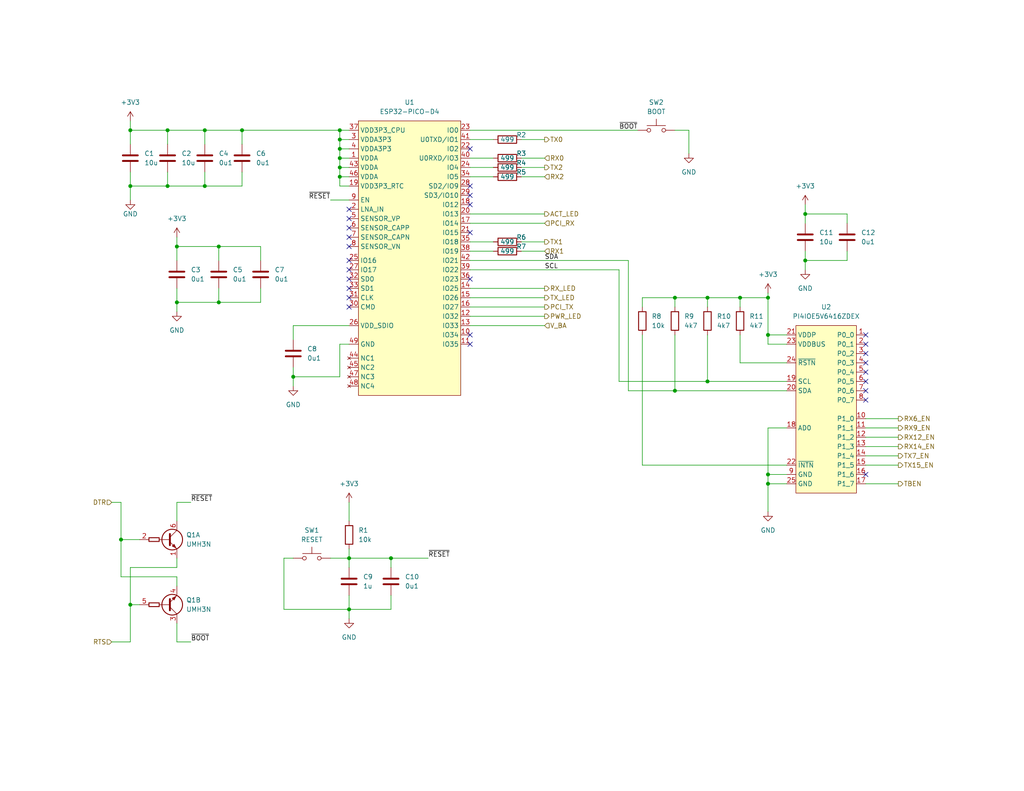
<source format=kicad_sch>
(kicad_sch (version 20211123) (generator eeschema)

  (uuid 086bfa0c-fda6-41e4-9827-c289603fca36)

  (paper "USLetter")

  (title_block
    (title "TJ Diag")
    (date "2023-09-12")
    (rev "V1.00")
    (company "andy@britishideas.com")
    (comment 1 "V210/ChryslerScanner_V210/schematic/ChryslerScanner_V210_schematic.pdf")
    (comment 2 "Based on: https://github.com/laszlodaniel/ChryslerScanner/blob/master/PCB/")
    (comment 3 "GPL V3 LICENSE")
  )

  (lib_symbols
    (symbol "ChryslerScanner:ESP32-PICO-D4" (in_bom yes) (on_board yes)
      (property "Reference" "U" (id 0) (at 1.27 34.29 0)
        (effects (font (size 1.27 1.27)))
      )
      (property "Value" "ESP32-PICO-D4" (id 1) (at 7.62 -43.18 0)
        (effects (font (size 1.27 1.27)))
      )
      (property "Footprint" "" (id 2) (at 0 -2.54 0)
        (effects (font (size 1.27 1.27)) hide)
      )
      (property "Datasheet" "" (id 3) (at 0 -2.54 0)
        (effects (font (size 1.27 1.27)) hide)
      )
      (symbol "ESP32-PICO-D4_0_1"
        (rectangle (start 0 33.02) (end 27.94 -41.91)
          (stroke (width 0) (type default) (color 0 0 0 0))
          (fill (type background))
        )
      )
      (symbol "ESP32-PICO-D4_1_1"
        (pin power_in line (at -2.54 22.86 0) (length 2.54)
          (name "VDDA" (effects (font (size 1.27 1.27))))
          (number "1" (effects (font (size 1.27 1.27))))
        )
        (pin passive line (at 30.48 -25.4 180) (length 2.54)
          (name "IO34" (effects (font (size 1.27 1.27))))
          (number "10" (effects (font (size 1.27 1.27))))
        )
        (pin passive line (at 30.48 -27.94 180) (length 2.54)
          (name "IO35" (effects (font (size 1.27 1.27))))
          (number "11" (effects (font (size 1.27 1.27))))
        )
        (pin passive line (at 30.48 -20.32 180) (length 2.54)
          (name "IO32" (effects (font (size 1.27 1.27))))
          (number "12" (effects (font (size 1.27 1.27))))
        )
        (pin passive line (at 30.48 -22.86 180) (length 2.54)
          (name "IO33" (effects (font (size 1.27 1.27))))
          (number "13" (effects (font (size 1.27 1.27))))
        )
        (pin passive line (at 30.48 -12.7 180) (length 2.54)
          (name "IO25" (effects (font (size 1.27 1.27))))
          (number "14" (effects (font (size 1.27 1.27))))
        )
        (pin passive line (at 30.48 -15.24 180) (length 2.54)
          (name "IO26" (effects (font (size 1.27 1.27))))
          (number "15" (effects (font (size 1.27 1.27))))
        )
        (pin passive line (at 30.48 -17.78 180) (length 2.54)
          (name "IO27" (effects (font (size 1.27 1.27))))
          (number "16" (effects (font (size 1.27 1.27))))
        )
        (pin passive line (at 30.48 5.08 180) (length 2.54)
          (name "IO14" (effects (font (size 1.27 1.27))))
          (number "17" (effects (font (size 1.27 1.27))))
        )
        (pin passive line (at 30.48 10.16 180) (length 2.54)
          (name "IO12" (effects (font (size 1.27 1.27))))
          (number "18" (effects (font (size 1.27 1.27))))
        )
        (pin power_in line (at -2.54 15.24 0) (length 2.54)
          (name "VDD3P3_RTC" (effects (font (size 1.27 1.27))))
          (number "19" (effects (font (size 1.27 1.27))))
        )
        (pin input line (at -2.54 8.89 0) (length 2.54)
          (name "LNA_IN" (effects (font (size 1.27 1.27))))
          (number "2" (effects (font (size 1.27 1.27))))
        )
        (pin passive line (at 30.48 7.62 180) (length 2.54)
          (name "IO13" (effects (font (size 1.27 1.27))))
          (number "20" (effects (font (size 1.27 1.27))))
        )
        (pin passive line (at 30.48 2.54 180) (length 2.54)
          (name "IO15" (effects (font (size 1.27 1.27))))
          (number "21" (effects (font (size 1.27 1.27))))
        )
        (pin passive line (at 30.48 25.4 180) (length 2.54)
          (name "IO2" (effects (font (size 1.27 1.27))))
          (number "22" (effects (font (size 1.27 1.27))))
        )
        (pin passive line (at 30.48 30.48 180) (length 2.54)
          (name "IO0" (effects (font (size 1.27 1.27))))
          (number "23" (effects (font (size 1.27 1.27))))
        )
        (pin passive line (at 30.48 20.32 180) (length 2.54)
          (name "IO4" (effects (font (size 1.27 1.27))))
          (number "24" (effects (font (size 1.27 1.27))))
        )
        (pin passive line (at -2.54 -5.08 0) (length 2.54)
          (name "IO16" (effects (font (size 1.27 1.27))))
          (number "25" (effects (font (size 1.27 1.27))))
        )
        (pin power_in line (at -2.54 -22.86 0) (length 2.54)
          (name "VDD_SDIO" (effects (font (size 1.27 1.27))))
          (number "26" (effects (font (size 1.27 1.27))))
        )
        (pin passive line (at -2.54 -7.62 0) (length 2.54)
          (name "IO17" (effects (font (size 1.27 1.27))))
          (number "27" (effects (font (size 1.27 1.27))))
        )
        (pin passive line (at 30.48 15.24 180) (length 2.54)
          (name "SD2/IO9" (effects (font (size 1.27 1.27))))
          (number "28" (effects (font (size 1.27 1.27))))
        )
        (pin passive line (at 30.48 12.7 180) (length 2.54)
          (name "SD3/IO10" (effects (font (size 1.27 1.27))))
          (number "29" (effects (font (size 1.27 1.27))))
        )
        (pin power_in line (at -2.54 27.94 0) (length 2.54)
          (name "VDDA3P3" (effects (font (size 1.27 1.27))))
          (number "3" (effects (font (size 1.27 1.27))))
        )
        (pin passive line (at -2.54 -17.78 0) (length 2.54)
          (name "CMD" (effects (font (size 1.27 1.27))))
          (number "30" (effects (font (size 1.27 1.27))))
        )
        (pin passive line (at -2.54 -15.24 0) (length 2.54)
          (name "CLK" (effects (font (size 1.27 1.27))))
          (number "31" (effects (font (size 1.27 1.27))))
        )
        (pin passive line (at -2.54 -10.16 0) (length 2.54)
          (name "SD0" (effects (font (size 1.27 1.27))))
          (number "32" (effects (font (size 1.27 1.27))))
        )
        (pin passive line (at -2.54 -12.7 0) (length 2.54)
          (name "SD1" (effects (font (size 1.27 1.27))))
          (number "33" (effects (font (size 1.27 1.27))))
        )
        (pin passive line (at 30.48 17.78 180) (length 2.54)
          (name "IO5" (effects (font (size 1.27 1.27))))
          (number "34" (effects (font (size 1.27 1.27))))
        )
        (pin passive line (at 30.48 0 180) (length 2.54)
          (name "IO18" (effects (font (size 1.27 1.27))))
          (number "35" (effects (font (size 1.27 1.27))))
        )
        (pin passive line (at 30.48 -10.16 180) (length 2.54)
          (name "IO23" (effects (font (size 1.27 1.27))))
          (number "36" (effects (font (size 1.27 1.27))))
        )
        (pin power_in line (at -2.54 30.48 0) (length 2.54)
          (name "VDD3P3_CPU" (effects (font (size 1.27 1.27))))
          (number "37" (effects (font (size 1.27 1.27))))
        )
        (pin passive line (at 30.48 -2.54 180) (length 2.54)
          (name "IO19" (effects (font (size 1.27 1.27))))
          (number "38" (effects (font (size 1.27 1.27))))
        )
        (pin passive line (at 30.48 -7.62 180) (length 2.54)
          (name "IO22" (effects (font (size 1.27 1.27))))
          (number "39" (effects (font (size 1.27 1.27))))
        )
        (pin power_in line (at -2.54 25.4 0) (length 2.54)
          (name "VDDA3P3" (effects (font (size 1.27 1.27))))
          (number "4" (effects (font (size 1.27 1.27))))
        )
        (pin passive line (at 30.48 22.86 180) (length 2.54)
          (name "U0RXD/IO3" (effects (font (size 1.27 1.27))))
          (number "40" (effects (font (size 1.27 1.27))))
        )
        (pin passive line (at 30.48 27.94 180) (length 2.54)
          (name "U0TXD/IO1" (effects (font (size 1.27 1.27))))
          (number "41" (effects (font (size 1.27 1.27))))
        )
        (pin passive line (at 30.48 -5.08 180) (length 2.54)
          (name "IO21" (effects (font (size 1.27 1.27))))
          (number "42" (effects (font (size 1.27 1.27))))
        )
        (pin power_in line (at -2.54 20.32 0) (length 2.54)
          (name "VDDA" (effects (font (size 1.27 1.27))))
          (number "43" (effects (font (size 1.27 1.27))))
        )
        (pin no_connect line (at -2.54 -31.75 0) (length 2.54)
          (name "NC1" (effects (font (size 1.27 1.27))))
          (number "44" (effects (font (size 1.27 1.27))))
        )
        (pin no_connect line (at -2.54 -34.29 0) (length 2.54)
          (name "NC2" (effects (font (size 1.27 1.27))))
          (number "45" (effects (font (size 1.27 1.27))))
        )
        (pin power_in line (at -2.54 17.78 0) (length 2.54)
          (name "VDDA" (effects (font (size 1.27 1.27))))
          (number "46" (effects (font (size 1.27 1.27))))
        )
        (pin no_connect line (at -2.54 -36.83 0) (length 2.54)
          (name "NC3" (effects (font (size 1.27 1.27))))
          (number "47" (effects (font (size 1.27 1.27))))
        )
        (pin no_connect line (at -2.54 -39.37 0) (length 2.54)
          (name "NC4" (effects (font (size 1.27 1.27))))
          (number "48" (effects (font (size 1.27 1.27))))
        )
        (pin power_in line (at -2.54 -27.94 0) (length 2.54)
          (name "GND" (effects (font (size 1.27 1.27))))
          (number "49" (effects (font (size 1.27 1.27))))
        )
        (pin passive line (at -2.54 6.35 0) (length 2.54)
          (name "SENSOR_VP" (effects (font (size 1.27 1.27))))
          (number "5" (effects (font (size 1.27 1.27))))
        )
        (pin passive line (at -2.54 3.81 0) (length 2.54)
          (name "SENSOR_CAPP" (effects (font (size 1.27 1.27))))
          (number "6" (effects (font (size 1.27 1.27))))
        )
        (pin passive line (at -2.54 1.27 0) (length 2.54)
          (name "SENSOR_CAPN" (effects (font (size 1.27 1.27))))
          (number "7" (effects (font (size 1.27 1.27))))
        )
        (pin passive line (at -2.54 -1.27 0) (length 2.54)
          (name "SENSOR_VN" (effects (font (size 1.27 1.27))))
          (number "8" (effects (font (size 1.27 1.27))))
        )
        (pin passive line (at -2.54 11.43 0) (length 2.54)
          (name "EN" (effects (font (size 1.27 1.27))))
          (number "9" (effects (font (size 1.27 1.27))))
        )
      )
    )
    (symbol "ChryslerScanner:PI4IOE5V6416ZDEX" (in_bom yes) (on_board yes)
      (property "Reference" "U" (id 0) (at -3.81 54.61 0)
        (effects (font (size 1.27 1.27)))
      )
      (property "Value" "PI4IOE5V6416ZDEX" (id 1) (at 3.81 6.35 0)
        (effects (font (size 1.27 1.27)))
      )
      (property "Footprint" "" (id 2) (at 0 0 0)
        (effects (font (size 1.27 1.27)) hide)
      )
      (property "Datasheet" "" (id 3) (at 0 0 0)
        (effects (font (size 1.27 1.27)) hide)
      )
      (property "manf#" "PI4IOE5V6416ZDEX" (id 4) (at 0 0 0)
        (effects (font (size 1.27 1.27)))
      )
      (symbol "PI4IOE5V6416ZDEX_0_1"
        (rectangle (start -5.08 7.62) (end 11.43 53.34)
          (stroke (width 0) (type default) (color 0 0 0 0))
          (fill (type background))
        )
      )
      (symbol "PI4IOE5V6416ZDEX_1_1"
        (pin passive line (at 13.97 50.8 180) (length 2.54)
          (name "P0_0" (effects (font (size 1.27 1.27))))
          (number "1" (effects (font (size 1.27 1.27))))
        )
        (pin passive line (at 13.97 27.94 180) (length 2.54)
          (name "P1_0" (effects (font (size 1.27 1.27))))
          (number "10" (effects (font (size 1.27 1.27))))
        )
        (pin passive line (at 13.97 25.4 180) (length 2.54)
          (name "P1_1" (effects (font (size 1.27 1.27))))
          (number "11" (effects (font (size 1.27 1.27))))
        )
        (pin passive line (at 13.97 22.86 180) (length 2.54)
          (name "P1_2" (effects (font (size 1.27 1.27))))
          (number "12" (effects (font (size 1.27 1.27))))
        )
        (pin passive line (at 13.97 20.32 180) (length 2.54)
          (name "P1_3" (effects (font (size 1.27 1.27))))
          (number "13" (effects (font (size 1.27 1.27))))
        )
        (pin passive line (at 13.97 17.78 180) (length 2.54)
          (name "P1_4" (effects (font (size 1.27 1.27))))
          (number "14" (effects (font (size 1.27 1.27))))
        )
        (pin passive line (at 13.97 15.24 180) (length 2.54)
          (name "P1_5" (effects (font (size 1.27 1.27))))
          (number "15" (effects (font (size 1.27 1.27))))
        )
        (pin passive line (at 13.97 12.7 180) (length 2.54)
          (name "P1_6" (effects (font (size 1.27 1.27))))
          (number "16" (effects (font (size 1.27 1.27))))
        )
        (pin passive line (at 13.97 10.16 180) (length 2.54)
          (name "P1_7" (effects (font (size 1.27 1.27))))
          (number "17" (effects (font (size 1.27 1.27))))
        )
        (pin input line (at -7.62 25.4 0) (length 2.54)
          (name "AD0" (effects (font (size 1.27 1.27))))
          (number "18" (effects (font (size 1.27 1.27))))
        )
        (pin input line (at -7.62 38.1 0) (length 2.54)
          (name "SCL" (effects (font (size 1.27 1.27))))
          (number "19" (effects (font (size 1.27 1.27))))
        )
        (pin passive line (at 13.97 48.26 180) (length 2.54)
          (name "P0_1" (effects (font (size 1.27 1.27))))
          (number "2" (effects (font (size 1.27 1.27))))
        )
        (pin bidirectional line (at -7.62 35.56 0) (length 2.54)
          (name "SDA" (effects (font (size 1.27 1.27))))
          (number "20" (effects (font (size 1.27 1.27))))
        )
        (pin power_in line (at -7.62 50.8 0) (length 2.54)
          (name "VDDP" (effects (font (size 1.27 1.27))))
          (number "21" (effects (font (size 1.27 1.27))))
        )
        (pin output line (at -7.62 15.24 0) (length 2.54)
          (name "~{INTN}" (effects (font (size 1.27 1.27))))
          (number "22" (effects (font (size 1.27 1.27))))
        )
        (pin power_in line (at -7.62 48.26 0) (length 2.54)
          (name "VDDBUS" (effects (font (size 1.27 1.27))))
          (number "23" (effects (font (size 1.27 1.27))))
        )
        (pin input line (at -7.62 43.18 0) (length 2.54)
          (name "~{RSTN}" (effects (font (size 1.27 1.27))))
          (number "24" (effects (font (size 1.27 1.27))))
        )
        (pin power_in line (at -7.62 10.16 0) (length 2.54)
          (name "GND" (effects (font (size 1.27 1.27))))
          (number "25" (effects (font (size 1.27 1.27))))
        )
        (pin passive line (at 13.97 45.72 180) (length 2.54)
          (name "P0_2" (effects (font (size 1.27 1.27))))
          (number "3" (effects (font (size 1.27 1.27))))
        )
        (pin passive line (at 13.97 43.18 180) (length 2.54)
          (name "P0_3" (effects (font (size 1.27 1.27))))
          (number "4" (effects (font (size 1.27 1.27))))
        )
        (pin passive line (at 13.97 40.64 180) (length 2.54)
          (name "P0_4" (effects (font (size 1.27 1.27))))
          (number "5" (effects (font (size 1.27 1.27))))
        )
        (pin passive line (at 13.97 38.1 180) (length 2.54)
          (name "P0_5" (effects (font (size 1.27 1.27))))
          (number "6" (effects (font (size 1.27 1.27))))
        )
        (pin passive line (at 13.97 35.56 180) (length 2.54)
          (name "P0_6" (effects (font (size 1.27 1.27))))
          (number "7" (effects (font (size 1.27 1.27))))
        )
        (pin passive line (at 13.97 33.02 180) (length 2.54)
          (name "P0_7" (effects (font (size 1.27 1.27))))
          (number "8" (effects (font (size 1.27 1.27))))
        )
        (pin power_in line (at -7.62 12.7 0) (length 2.54)
          (name "GND" (effects (font (size 1.27 1.27))))
          (number "9" (effects (font (size 1.27 1.27))))
        )
      )
    )
    (symbol "Device:C" (pin_numbers hide) (pin_names (offset 0.254)) (in_bom yes) (on_board yes)
      (property "Reference" "C" (id 0) (at 0.635 2.54 0)
        (effects (font (size 1.27 1.27)) (justify left))
      )
      (property "Value" "C" (id 1) (at 0.635 -2.54 0)
        (effects (font (size 1.27 1.27)) (justify left))
      )
      (property "Footprint" "" (id 2) (at 0.9652 -3.81 0)
        (effects (font (size 1.27 1.27)) hide)
      )
      (property "Datasheet" "~" (id 3) (at 0 0 0)
        (effects (font (size 1.27 1.27)) hide)
      )
      (property "ki_keywords" "cap capacitor" (id 4) (at 0 0 0)
        (effects (font (size 1.27 1.27)) hide)
      )
      (property "ki_description" "Unpolarized capacitor" (id 5) (at 0 0 0)
        (effects (font (size 1.27 1.27)) hide)
      )
      (property "ki_fp_filters" "C_*" (id 6) (at 0 0 0)
        (effects (font (size 1.27 1.27)) hide)
      )
      (symbol "C_0_1"
        (polyline
          (pts
            (xy -2.032 -0.762)
            (xy 2.032 -0.762)
          )
          (stroke (width 0.508) (type default) (color 0 0 0 0))
          (fill (type none))
        )
        (polyline
          (pts
            (xy -2.032 0.762)
            (xy 2.032 0.762)
          )
          (stroke (width 0.508) (type default) (color 0 0 0 0))
          (fill (type none))
        )
      )
      (symbol "C_1_1"
        (pin passive line (at 0 3.81 270) (length 2.794)
          (name "~" (effects (font (size 1.27 1.27))))
          (number "1" (effects (font (size 1.27 1.27))))
        )
        (pin passive line (at 0 -3.81 90) (length 2.794)
          (name "~" (effects (font (size 1.27 1.27))))
          (number "2" (effects (font (size 1.27 1.27))))
        )
      )
    )
    (symbol "Device:R" (pin_numbers hide) (pin_names (offset 0)) (in_bom yes) (on_board yes)
      (property "Reference" "R" (id 0) (at 2.032 0 90)
        (effects (font (size 1.27 1.27)))
      )
      (property "Value" "R" (id 1) (at 0 0 90)
        (effects (font (size 1.27 1.27)))
      )
      (property "Footprint" "" (id 2) (at -1.778 0 90)
        (effects (font (size 1.27 1.27)) hide)
      )
      (property "Datasheet" "~" (id 3) (at 0 0 0)
        (effects (font (size 1.27 1.27)) hide)
      )
      (property "ki_keywords" "R res resistor" (id 4) (at 0 0 0)
        (effects (font (size 1.27 1.27)) hide)
      )
      (property "ki_description" "Resistor" (id 5) (at 0 0 0)
        (effects (font (size 1.27 1.27)) hide)
      )
      (property "ki_fp_filters" "R_*" (id 6) (at 0 0 0)
        (effects (font (size 1.27 1.27)) hide)
      )
      (symbol "R_0_1"
        (rectangle (start -1.016 -2.54) (end 1.016 2.54)
          (stroke (width 0.254) (type default) (color 0 0 0 0))
          (fill (type none))
        )
      )
      (symbol "R_1_1"
        (pin passive line (at 0 3.81 270) (length 1.27)
          (name "~" (effects (font (size 1.27 1.27))))
          (number "1" (effects (font (size 1.27 1.27))))
        )
        (pin passive line (at 0 -3.81 90) (length 1.27)
          (name "~" (effects (font (size 1.27 1.27))))
          (number "2" (effects (font (size 1.27 1.27))))
        )
      )
    )
    (symbol "Switch:SW_Push" (pin_numbers hide) (pin_names (offset 1.016) hide) (in_bom yes) (on_board yes)
      (property "Reference" "SW" (id 0) (at 1.27 2.54 0)
        (effects (font (size 1.27 1.27)) (justify left))
      )
      (property "Value" "SW_Push" (id 1) (at 0 -1.524 0)
        (effects (font (size 1.27 1.27)))
      )
      (property "Footprint" "" (id 2) (at 0 5.08 0)
        (effects (font (size 1.27 1.27)) hide)
      )
      (property "Datasheet" "~" (id 3) (at 0 5.08 0)
        (effects (font (size 1.27 1.27)) hide)
      )
      (property "ki_keywords" "switch normally-open pushbutton push-button" (id 4) (at 0 0 0)
        (effects (font (size 1.27 1.27)) hide)
      )
      (property "ki_description" "Push button switch, generic, two pins" (id 5) (at 0 0 0)
        (effects (font (size 1.27 1.27)) hide)
      )
      (symbol "SW_Push_0_1"
        (circle (center -2.032 0) (radius 0.508)
          (stroke (width 0) (type default) (color 0 0 0 0))
          (fill (type none))
        )
        (polyline
          (pts
            (xy 0 1.27)
            (xy 0 3.048)
          )
          (stroke (width 0) (type default) (color 0 0 0 0))
          (fill (type none))
        )
        (polyline
          (pts
            (xy 2.54 1.27)
            (xy -2.54 1.27)
          )
          (stroke (width 0) (type default) (color 0 0 0 0))
          (fill (type none))
        )
        (circle (center 2.032 0) (radius 0.508)
          (stroke (width 0) (type default) (color 0 0 0 0))
          (fill (type none))
        )
        (pin passive line (at -5.08 0 0) (length 2.54)
          (name "1" (effects (font (size 1.27 1.27))))
          (number "1" (effects (font (size 1.27 1.27))))
        )
        (pin passive line (at 5.08 0 180) (length 2.54)
          (name "2" (effects (font (size 1.27 1.27))))
          (number "2" (effects (font (size 1.27 1.27))))
        )
      )
    )
    (symbol "Transistor_BJT:UMH3N" (pin_names hide) (in_bom yes) (on_board yes)
      (property "Reference" "Q" (id 0) (at 7.62 1.27 0)
        (effects (font (size 1.27 1.27)) (justify left))
      )
      (property "Value" "UMH3N" (id 1) (at 7.62 -1.27 0)
        (effects (font (size 1.27 1.27)) (justify left))
      )
      (property "Footprint" "Package_TO_SOT_SMD:SOT-363_SC-70-6" (id 2) (at 0.127 -11.176 0)
        (effects (font (size 1.27 1.27)) hide)
      )
      (property "Datasheet" "http://rohmfs.rohm.com/en/products/databook/datasheet/discrete/transistor/digital/emh3t2r-e.pdf" (id 3) (at 3.81 0 0)
        (effects (font (size 1.27 1.27)) hide)
      )
      (property "ki_keywords" "Dual NPN Transistor" (id 4) (at 0 0 0)
        (effects (font (size 1.27 1.27)) hide)
      )
      (property "ki_description" "0.1A Ic, 50V Vce, Dual NPN Input Resistor Transistors, SOT-363" (id 5) (at 0 0 0)
        (effects (font (size 1.27 1.27)) hide)
      )
      (property "ki_fp_filters" "SOT?363*" (id 6) (at 0 0 0)
        (effects (font (size 1.27 1.27)) hide)
      )
      (symbol "UMH3N_0_1"
        (polyline
          (pts
            (xy 3.175 0)
            (xy 0.254 0)
          )
          (stroke (width 0) (type default) (color 0 0 0 0))
          (fill (type none))
        )
        (polyline
          (pts
            (xy 3.175 0.635)
            (xy 5.08 2.54)
          )
          (stroke (width 0) (type default) (color 0 0 0 0))
          (fill (type none))
        )
        (polyline
          (pts
            (xy 3.175 1.524)
            (xy 3.175 -1.524)
          )
          (stroke (width 0.508) (type default) (color 0 0 0 0))
          (fill (type none))
        )
        (polyline
          (pts
            (xy 3.175 -0.635)
            (xy 5.08 -2.54)
            (xy 5.08 -2.54)
          )
          (stroke (width 0) (type default) (color 0 0 0 0))
          (fill (type none))
        )
        (polyline
          (pts
            (xy 3.81 -1.778)
            (xy 4.318 -1.27)
            (xy 4.826 -2.286)
            (xy 3.81 -1.778)
            (xy 3.81 -1.778)
          )
          (stroke (width 0) (type default) (color 0 0 0 0))
          (fill (type outline))
        )
        (rectangle (start 0.254 0.508) (end -2.54 -0.508)
          (stroke (width 0.254) (type default) (color 0 0 0 0))
          (fill (type none))
        )
        (circle (center 3.81 0) (radius 2.8194)
          (stroke (width 0.254) (type default) (color 0 0 0 0))
          (fill (type none))
        )
      )
      (symbol "UMH3N_1_1"
        (pin passive line (at 5.08 -5.08 90) (length 2.54)
          (name "E1" (effects (font (size 1.27 1.27))))
          (number "1" (effects (font (size 1.27 1.27))))
        )
        (pin input line (at -5.08 0 0) (length 2.54)
          (name "B1" (effects (font (size 1.27 1.27))))
          (number "2" (effects (font (size 1.27 1.27))))
        )
        (pin passive line (at 5.08 5.08 270) (length 2.54)
          (name "C1" (effects (font (size 1.27 1.27))))
          (number "6" (effects (font (size 1.27 1.27))))
        )
      )
      (symbol "UMH3N_2_1"
        (pin passive line (at 5.08 5.08 270) (length 2.54)
          (name "C2" (effects (font (size 1.27 1.27))))
          (number "3" (effects (font (size 1.27 1.27))))
        )
        (pin passive line (at 5.08 -5.08 90) (length 2.54)
          (name "E2" (effects (font (size 1.27 1.27))))
          (number "4" (effects (font (size 1.27 1.27))))
        )
        (pin input line (at -5.08 0 0) (length 2.54)
          (name "B2" (effects (font (size 1.27 1.27))))
          (number "5" (effects (font (size 1.27 1.27))))
        )
      )
    )
    (symbol "power:+3V3" (power) (pin_names (offset 0)) (in_bom yes) (on_board yes)
      (property "Reference" "#PWR" (id 0) (at 0 -3.81 0)
        (effects (font (size 1.27 1.27)) hide)
      )
      (property "Value" "+3V3" (id 1) (at 0 3.556 0)
        (effects (font (size 1.27 1.27)))
      )
      (property "Footprint" "" (id 2) (at 0 0 0)
        (effects (font (size 1.27 1.27)) hide)
      )
      (property "Datasheet" "" (id 3) (at 0 0 0)
        (effects (font (size 1.27 1.27)) hide)
      )
      (property "ki_keywords" "power-flag" (id 4) (at 0 0 0)
        (effects (font (size 1.27 1.27)) hide)
      )
      (property "ki_description" "Power symbol creates a global label with name \"+3V3\"" (id 5) (at 0 0 0)
        (effects (font (size 1.27 1.27)) hide)
      )
      (symbol "+3V3_0_1"
        (polyline
          (pts
            (xy -0.762 1.27)
            (xy 0 2.54)
          )
          (stroke (width 0) (type default) (color 0 0 0 0))
          (fill (type none))
        )
        (polyline
          (pts
            (xy 0 0)
            (xy 0 2.54)
          )
          (stroke (width 0) (type default) (color 0 0 0 0))
          (fill (type none))
        )
        (polyline
          (pts
            (xy 0 2.54)
            (xy 0.762 1.27)
          )
          (stroke (width 0) (type default) (color 0 0 0 0))
          (fill (type none))
        )
      )
      (symbol "+3V3_1_1"
        (pin power_in line (at 0 0 90) (length 0) hide
          (name "+3V3" (effects (font (size 1.27 1.27))))
          (number "1" (effects (font (size 1.27 1.27))))
        )
      )
    )
    (symbol "power:GND" (power) (pin_names (offset 0)) (in_bom yes) (on_board yes)
      (property "Reference" "#PWR" (id 0) (at 0 -6.35 0)
        (effects (font (size 1.27 1.27)) hide)
      )
      (property "Value" "GND" (id 1) (at 0 -3.81 0)
        (effects (font (size 1.27 1.27)))
      )
      (property "Footprint" "" (id 2) (at 0 0 0)
        (effects (font (size 1.27 1.27)) hide)
      )
      (property "Datasheet" "" (id 3) (at 0 0 0)
        (effects (font (size 1.27 1.27)) hide)
      )
      (property "ki_keywords" "power-flag" (id 4) (at 0 0 0)
        (effects (font (size 1.27 1.27)) hide)
      )
      (property "ki_description" "Power symbol creates a global label with name \"GND\" , ground" (id 5) (at 0 0 0)
        (effects (font (size 1.27 1.27)) hide)
      )
      (symbol "GND_0_1"
        (polyline
          (pts
            (xy 0 0)
            (xy 0 -1.27)
            (xy 1.27 -1.27)
            (xy 0 -2.54)
            (xy -1.27 -1.27)
            (xy 0 -1.27)
          )
          (stroke (width 0) (type default) (color 0 0 0 0))
          (fill (type none))
        )
      )
      (symbol "GND_1_1"
        (pin power_in line (at 0 0 270) (length 0) hide
          (name "GND" (effects (font (size 1.27 1.27))))
          (number "1" (effects (font (size 1.27 1.27))))
        )
      )
    )
  )

  (junction (at 33.02 147.32) (diameter 0) (color 0 0 0 0)
    (uuid 1433a506-522d-4658-a302-57e303b0716c)
  )
  (junction (at 95.25 152.4) (diameter 0) (color 0 0 0 0)
    (uuid 1974d6b4-f6aa-4f69-b96e-2286245fef43)
  )
  (junction (at 48.26 67.31) (diameter 0) (color 0 0 0 0)
    (uuid 267f9d89-289d-46cc-8806-3a725a1244e5)
  )
  (junction (at 66.04 35.56) (diameter 0) (color 0 0 0 0)
    (uuid 28abd802-f0c2-45bf-a727-c4849a405f54)
  )
  (junction (at 35.56 50.8) (diameter 0) (color 0 0 0 0)
    (uuid 33bcd544-90d1-4aaa-8602-2b2e9dce0ee7)
  )
  (junction (at 106.68 152.4) (diameter 0) (color 0 0 0 0)
    (uuid 36e1d125-fd6c-4c7b-9c01-020085876c5f)
  )
  (junction (at 209.55 129.54) (diameter 0) (color 0 0 0 0)
    (uuid 3e3e95ba-9d88-4932-ac2c-6fe152592754)
  )
  (junction (at 55.88 35.56) (diameter 0) (color 0 0 0 0)
    (uuid 43716ba6-f619-435f-a2a9-584b275e53b9)
  )
  (junction (at 48.26 82.55) (diameter 0) (color 0 0 0 0)
    (uuid 48ed9b68-2461-48af-a200-136bbe3bf08e)
  )
  (junction (at 59.69 82.55) (diameter 0) (color 0 0 0 0)
    (uuid 4d2b57b0-412e-452a-aa5e-791f6fbe1b3b)
  )
  (junction (at 184.15 106.68) (diameter 0) (color 0 0 0 0)
    (uuid 511bb06f-9f06-4c26-bc78-be61d4fc2cfe)
  )
  (junction (at 95.25 166.37) (diameter 0) (color 0 0 0 0)
    (uuid 588a93e5-a0aa-4a11-83bb-e2fe10738482)
  )
  (junction (at 35.56 35.56) (diameter 0) (color 0 0 0 0)
    (uuid 5b92ecc2-4b8a-43a9-93c3-1ef015e76b0d)
  )
  (junction (at 92.71 45.72) (diameter 0) (color 0 0 0 0)
    (uuid 5d8e05ae-29a1-4c1c-bd52-f4e035aad527)
  )
  (junction (at 80.01 102.87) (diameter 0) (color 0 0 0 0)
    (uuid 5e4fb756-9395-47d8-b320-82b9178f2df4)
  )
  (junction (at 193.04 104.14) (diameter 0) (color 0 0 0 0)
    (uuid 75bc6955-f7e4-41a0-bc22-99159a421f5b)
  )
  (junction (at 184.15 81.28) (diameter 0) (color 0 0 0 0)
    (uuid 777d6c5f-e750-4121-9b74-a2a0e7b97cd3)
  )
  (junction (at 35.56 165.1) (diameter 0) (color 0 0 0 0)
    (uuid 9d54c9c6-99dd-4adf-b43a-9c98ea0decdf)
  )
  (junction (at 92.71 38.1) (diameter 0) (color 0 0 0 0)
    (uuid ae83c226-77b8-47fd-a25a-932901f03276)
  )
  (junction (at 92.71 43.18) (diameter 0) (color 0 0 0 0)
    (uuid b1263fb9-c36a-4936-832c-41315c7c6de7)
  )
  (junction (at 92.71 40.64) (diameter 0) (color 0 0 0 0)
    (uuid bc9da94a-bd7b-47bf-befe-632e3a02b8c3)
  )
  (junction (at 219.71 71.12) (diameter 0) (color 0 0 0 0)
    (uuid be747786-1e6e-424e-ad12-59fe904bf7d5)
  )
  (junction (at 201.93 81.28) (diameter 0) (color 0 0 0 0)
    (uuid c11633cd-f851-4665-8f5b-a14331fc5485)
  )
  (junction (at 209.55 132.08) (diameter 0) (color 0 0 0 0)
    (uuid c60d2e64-c6a0-4eb3-97fb-a22d32f5c965)
  )
  (junction (at 209.55 91.44) (diameter 0) (color 0 0 0 0)
    (uuid c74825fd-244c-4119-8d5b-6ef92cdf0409)
  )
  (junction (at 55.88 50.8) (diameter 0) (color 0 0 0 0)
    (uuid d016b1da-a9d4-4772-a8de-e13366a398d7)
  )
  (junction (at 45.72 50.8) (diameter 0) (color 0 0 0 0)
    (uuid da1ed59c-dd8d-4abd-9dbc-c0e8ea85114a)
  )
  (junction (at 193.04 81.28) (diameter 0) (color 0 0 0 0)
    (uuid ef87e15e-4ea7-43cb-afa1-78ac56ead00c)
  )
  (junction (at 219.71 58.42) (diameter 0) (color 0 0 0 0)
    (uuid f29467bc-b0c1-4990-87de-9d2831f8327a)
  )
  (junction (at 92.71 48.26) (diameter 0) (color 0 0 0 0)
    (uuid f38acf8a-3402-4956-bd5d-19f0cb2f3cb0)
  )
  (junction (at 92.71 35.56) (diameter 0) (color 0 0 0 0)
    (uuid f38c5ca5-3ff5-43a6-be54-b32883dd7b3f)
  )
  (junction (at 45.72 35.56) (diameter 0) (color 0 0 0 0)
    (uuid fd077abc-1deb-4762-b5bf-41102085301c)
  )
  (junction (at 209.55 81.28) (diameter 0) (color 0 0 0 0)
    (uuid fdfb0f95-c448-4872-9bec-038ef5572294)
  )
  (junction (at 59.69 67.31) (diameter 0) (color 0 0 0 0)
    (uuid fedd2305-7da1-48e0-bb09-c4cebc84de2f)
  )

  (no_connect (at 95.25 67.31) (uuid 025846fa-15cf-4fe4-8379-6f64beea6902))
  (no_connect (at 95.25 64.77) (uuid 025846fa-15cf-4fe4-8379-6f64beea6903))
  (no_connect (at 95.25 62.23) (uuid 025846fa-15cf-4fe4-8379-6f64beea6904))
  (no_connect (at 95.25 59.69) (uuid 025846fa-15cf-4fe4-8379-6f64beea6905))
  (no_connect (at 95.25 57.15) (uuid 025846fa-15cf-4fe4-8379-6f64beea6906))
  (no_connect (at 128.27 91.44) (uuid 0d97a59a-2819-4f35-936f-2755dfc9ca25))
  (no_connect (at 128.27 93.98) (uuid 0d97a59a-2819-4f35-936f-2755dfc9ca26))
  (no_connect (at 128.27 76.2) (uuid 4058ed82-0517-4ab7-9f51-96c1095be3bf))
  (no_connect (at 236.22 129.54) (uuid 865037a8-95b5-4c1c-9de8-76479e1f2f0b))
  (no_connect (at 95.25 73.66) (uuid a566ec48-5380-419b-bd0e-cd0cfab976f3))
  (no_connect (at 95.25 76.2) (uuid a566ec48-5380-419b-bd0e-cd0cfab976f4))
  (no_connect (at 95.25 81.28) (uuid a566ec48-5380-419b-bd0e-cd0cfab976f5))
  (no_connect (at 95.25 71.12) (uuid a566ec48-5380-419b-bd0e-cd0cfab976f7))
  (no_connect (at 95.25 78.74) (uuid a566ec48-5380-419b-bd0e-cd0cfab976f8))
  (no_connect (at 95.25 83.82) (uuid a566ec48-5380-419b-bd0e-cd0cfab976fb))
  (no_connect (at 128.27 40.64) (uuid a566ec48-5380-419b-bd0e-cd0cfab976fd))
  (no_connect (at 128.27 50.8) (uuid a566ec48-5380-419b-bd0e-cd0cfab976fe))
  (no_connect (at 128.27 53.34) (uuid a566ec48-5380-419b-bd0e-cd0cfab976ff))
  (no_connect (at 128.27 63.5) (uuid a566ec48-5380-419b-bd0e-cd0cfab97700))
  (no_connect (at 128.27 55.88) (uuid a566ec48-5380-419b-bd0e-cd0cfab97701))
  (no_connect (at 236.22 101.6) (uuid bafd8792-1340-4e86-943f-c908ad6cf703))
  (no_connect (at 236.22 91.44) (uuid bafd8792-1340-4e86-943f-c908ad6cf704))
  (no_connect (at 236.22 104.14) (uuid bafd8792-1340-4e86-943f-c908ad6cf705))
  (no_connect (at 236.22 106.68) (uuid bafd8792-1340-4e86-943f-c908ad6cf706))
  (no_connect (at 236.22 93.98) (uuid bafd8792-1340-4e86-943f-c908ad6cf707))
  (no_connect (at 236.22 109.22) (uuid bafd8792-1340-4e86-943f-c908ad6cf708))
  (no_connect (at 236.22 99.06) (uuid bafd8792-1340-4e86-943f-c908ad6cf709))
  (no_connect (at 236.22 96.52) (uuid bafd8792-1340-4e86-943f-c908ad6cf70a))

  (wire (pts (xy 231.14 58.42) (xy 219.71 58.42))
    (stroke (width 0) (type default) (color 0 0 0 0))
    (uuid 00a7b60e-de68-4c57-96f5-44be0cadb880)
  )
  (wire (pts (xy 231.14 71.12) (xy 219.71 71.12))
    (stroke (width 0) (type default) (color 0 0 0 0))
    (uuid 06d40171-a359-468f-ac11-644b9482ae71)
  )
  (wire (pts (xy 48.26 170.18) (xy 48.26 175.26))
    (stroke (width 0) (type default) (color 0 0 0 0))
    (uuid 0722903e-f42c-4ec1-8e80-b424c9883a8d)
  )
  (wire (pts (xy 128.27 68.58) (xy 134.62 68.58))
    (stroke (width 0) (type default) (color 0 0 0 0))
    (uuid 0a7aec74-aea2-4b73-86d5-92de0ca89afc)
  )
  (wire (pts (xy 175.26 127) (xy 214.63 127))
    (stroke (width 0) (type default) (color 0 0 0 0))
    (uuid 0e9dde0b-2fa8-46d0-8be6-2a2ddc53b27c)
  )
  (wire (pts (xy 106.68 152.4) (xy 116.84 152.4))
    (stroke (width 0) (type default) (color 0 0 0 0))
    (uuid 116cae39-af5f-4b40-aa48-c238a532ce99)
  )
  (wire (pts (xy 106.68 166.37) (xy 95.25 166.37))
    (stroke (width 0) (type default) (color 0 0 0 0))
    (uuid 11a6fd9e-d051-4723-8c77-206e905582c3)
  )
  (wire (pts (xy 187.96 35.56) (xy 184.15 35.56))
    (stroke (width 0) (type default) (color 0 0 0 0))
    (uuid 11c0ddd8-ba10-44e6-bb47-9af9adc76879)
  )
  (wire (pts (xy 95.25 38.1) (xy 92.71 38.1))
    (stroke (width 0) (type default) (color 0 0 0 0))
    (uuid 141d38e4-0365-410d-b6b8-512a6fdec37a)
  )
  (wire (pts (xy 95.25 152.4) (xy 106.68 152.4))
    (stroke (width 0) (type default) (color 0 0 0 0))
    (uuid 15c20af6-1874-434c-b04f-1abf7f1bba69)
  )
  (wire (pts (xy 193.04 81.28) (xy 201.93 81.28))
    (stroke (width 0) (type default) (color 0 0 0 0))
    (uuid 16825490-30ae-4e8f-90da-b9f6cc71a725)
  )
  (wire (pts (xy 209.55 132.08) (xy 209.55 139.7))
    (stroke (width 0) (type default) (color 0 0 0 0))
    (uuid 179beca9-d65b-43cd-9345-8a036997472b)
  )
  (wire (pts (xy 209.55 116.84) (xy 209.55 129.54))
    (stroke (width 0) (type default) (color 0 0 0 0))
    (uuid 19e2b79f-5bdc-477b-a7d4-90bfbcf30c79)
  )
  (wire (pts (xy 231.14 68.58) (xy 231.14 71.12))
    (stroke (width 0) (type default) (color 0 0 0 0))
    (uuid 1d104e26-3aa6-4e1a-8317-740d86972531)
  )
  (wire (pts (xy 55.88 35.56) (xy 55.88 39.37))
    (stroke (width 0) (type default) (color 0 0 0 0))
    (uuid 1e0b088f-fa78-47c5-a0b2-a58b2607fdc8)
  )
  (wire (pts (xy 193.04 81.28) (xy 193.04 83.82))
    (stroke (width 0) (type default) (color 0 0 0 0))
    (uuid 1ee9586d-7b8c-4384-b491-677c6acccf4c)
  )
  (wire (pts (xy 92.71 45.72) (xy 95.25 45.72))
    (stroke (width 0) (type default) (color 0 0 0 0))
    (uuid 1f176297-eaa3-4e8a-a226-578ef66d64d1)
  )
  (wire (pts (xy 236.22 132.08) (xy 245.11 132.08))
    (stroke (width 0) (type default) (color 0 0 0 0))
    (uuid 20aca2eb-aaa1-4812-8b58-e786fd8d0a6b)
  )
  (wire (pts (xy 48.26 175.26) (xy 52.07 175.26))
    (stroke (width 0) (type default) (color 0 0 0 0))
    (uuid 233e31a0-c234-4682-adf8-3301c0c716a1)
  )
  (wire (pts (xy 209.55 80.01) (xy 209.55 81.28))
    (stroke (width 0) (type default) (color 0 0 0 0))
    (uuid 2381374c-0583-4c7a-a93c-3cf2101baf47)
  )
  (wire (pts (xy 128.27 38.1) (xy 134.62 38.1))
    (stroke (width 0) (type default) (color 0 0 0 0))
    (uuid 23fe874e-361b-49c5-b419-8eac7fdbb6af)
  )
  (wire (pts (xy 77.47 152.4) (xy 77.47 166.37))
    (stroke (width 0) (type default) (color 0 0 0 0))
    (uuid 247fe931-b44d-41cc-866b-e272bcbd351f)
  )
  (wire (pts (xy 33.02 147.32) (xy 38.1 147.32))
    (stroke (width 0) (type default) (color 0 0 0 0))
    (uuid 27372338-7d04-4b51-bb66-e30a6d09b2d9)
  )
  (wire (pts (xy 214.63 116.84) (xy 209.55 116.84))
    (stroke (width 0) (type default) (color 0 0 0 0))
    (uuid 2826de56-9921-4753-9a81-c74fdd8fe47c)
  )
  (wire (pts (xy 128.27 43.18) (xy 134.62 43.18))
    (stroke (width 0) (type default) (color 0 0 0 0))
    (uuid 2a0e0266-ef71-43c0-9b70-9fba2030881e)
  )
  (wire (pts (xy 59.69 78.74) (xy 59.69 82.55))
    (stroke (width 0) (type default) (color 0 0 0 0))
    (uuid 2d9c0404-df62-4e04-bb50-2900c3fed9df)
  )
  (wire (pts (xy 168.91 73.66) (xy 128.27 73.66))
    (stroke (width 0) (type default) (color 0 0 0 0))
    (uuid 2e1b1abd-bc91-4ba9-a243-f98070b0671d)
  )
  (wire (pts (xy 236.22 121.92) (xy 245.11 121.92))
    (stroke (width 0) (type default) (color 0 0 0 0))
    (uuid 312fe769-19ac-48c8-9a90-ef6d692b1a45)
  )
  (wire (pts (xy 80.01 102.87) (xy 80.01 105.41))
    (stroke (width 0) (type default) (color 0 0 0 0))
    (uuid 315a744a-8f82-4979-a44e-91bc7b107e37)
  )
  (wire (pts (xy 95.25 93.98) (xy 92.71 93.98))
    (stroke (width 0) (type default) (color 0 0 0 0))
    (uuid 316e4dd2-ed02-4b0a-9ab2-85bab68d9dc5)
  )
  (wire (pts (xy 231.14 60.96) (xy 231.14 58.42))
    (stroke (width 0) (type default) (color 0 0 0 0))
    (uuid 334f8018-8c57-496e-a218-dbb8be254af6)
  )
  (wire (pts (xy 142.24 68.58) (xy 148.59 68.58))
    (stroke (width 0) (type default) (color 0 0 0 0))
    (uuid 3538002a-8e83-4d4a-8c10-15ce5de9ee7c)
  )
  (wire (pts (xy 193.04 104.14) (xy 193.04 91.44))
    (stroke (width 0) (type default) (color 0 0 0 0))
    (uuid 36099675-e2f6-4c24-8bfa-c509a131e4d6)
  )
  (wire (pts (xy 184.15 106.68) (xy 184.15 91.44))
    (stroke (width 0) (type default) (color 0 0 0 0))
    (uuid 3626c070-995d-46d1-9b69-1f4493d7b8f6)
  )
  (wire (pts (xy 209.55 129.54) (xy 209.55 132.08))
    (stroke (width 0) (type default) (color 0 0 0 0))
    (uuid 366eb6cc-0c0a-4315-8d13-3631b2b76e14)
  )
  (wire (pts (xy 55.88 50.8) (xy 45.72 50.8))
    (stroke (width 0) (type default) (color 0 0 0 0))
    (uuid 36c32e3b-0630-4569-b96e-e859889d3bdb)
  )
  (wire (pts (xy 128.27 88.9) (xy 148.59 88.9))
    (stroke (width 0) (type default) (color 0 0 0 0))
    (uuid 3a1182b7-3389-4cf3-9b35-440e99423450)
  )
  (wire (pts (xy 236.22 116.84) (xy 245.11 116.84))
    (stroke (width 0) (type default) (color 0 0 0 0))
    (uuid 3c939909-563d-4bd8-8803-1d6937c6a09c)
  )
  (wire (pts (xy 45.72 46.99) (xy 45.72 50.8))
    (stroke (width 0) (type default) (color 0 0 0 0))
    (uuid 3e7132f5-c3dd-4478-8793-a350348de279)
  )
  (wire (pts (xy 214.63 93.98) (xy 209.55 93.98))
    (stroke (width 0) (type default) (color 0 0 0 0))
    (uuid 40280011-e106-4f07-b12e-75423604bfcc)
  )
  (wire (pts (xy 128.27 58.42) (xy 148.59 58.42))
    (stroke (width 0) (type default) (color 0 0 0 0))
    (uuid 41db4402-3e0d-45d9-a610-65ba9d47c516)
  )
  (wire (pts (xy 95.25 152.4) (xy 95.25 154.94))
    (stroke (width 0) (type default) (color 0 0 0 0))
    (uuid 4338fddd-17dd-4b39-ac96-bc0d9b8e058b)
  )
  (wire (pts (xy 80.01 88.9) (xy 80.01 92.71))
    (stroke (width 0) (type default) (color 0 0 0 0))
    (uuid 4423b586-64f0-4056-a45a-3db1bf74d3d5)
  )
  (wire (pts (xy 236.22 124.46) (xy 245.11 124.46))
    (stroke (width 0) (type default) (color 0 0 0 0))
    (uuid 446b7ef1-2bac-4d79-8cfd-4d93cfda46b5)
  )
  (wire (pts (xy 45.72 35.56) (xy 35.56 35.56))
    (stroke (width 0) (type default) (color 0 0 0 0))
    (uuid 47faa3f9-cb97-4a87-8439-f15f096d203c)
  )
  (wire (pts (xy 45.72 35.56) (xy 45.72 39.37))
    (stroke (width 0) (type default) (color 0 0 0 0))
    (uuid 4a7f1830-9936-4cce-80c7-e7fb2336339f)
  )
  (wire (pts (xy 35.56 35.56) (xy 35.56 39.37))
    (stroke (width 0) (type default) (color 0 0 0 0))
    (uuid 4c336448-9cde-48e6-afe5-68ec23a8493c)
  )
  (wire (pts (xy 92.71 40.64) (xy 92.71 38.1))
    (stroke (width 0) (type default) (color 0 0 0 0))
    (uuid 4c8a3212-c55c-4631-9868-b527439b8b9e)
  )
  (wire (pts (xy 95.25 50.8) (xy 92.71 50.8))
    (stroke (width 0) (type default) (color 0 0 0 0))
    (uuid 4ecd9a20-9587-4244-a270-0f0bc6747497)
  )
  (wire (pts (xy 175.26 81.28) (xy 175.26 83.82))
    (stroke (width 0) (type default) (color 0 0 0 0))
    (uuid 4fabb014-30f2-4ed5-979e-721489c72995)
  )
  (wire (pts (xy 92.71 38.1) (xy 92.71 35.56))
    (stroke (width 0) (type default) (color 0 0 0 0))
    (uuid 51bf5804-ebe4-4a41-ae9f-035aa5aefd01)
  )
  (wire (pts (xy 59.69 82.55) (xy 48.26 82.55))
    (stroke (width 0) (type default) (color 0 0 0 0))
    (uuid 52224c92-7d3b-48db-ac22-5c6192574f19)
  )
  (wire (pts (xy 48.26 157.48) (xy 33.02 157.48))
    (stroke (width 0) (type default) (color 0 0 0 0))
    (uuid 5490767f-f57b-40ad-9b70-e609369d4578)
  )
  (wire (pts (xy 66.04 35.56) (xy 55.88 35.56))
    (stroke (width 0) (type default) (color 0 0 0 0))
    (uuid 5587a14b-dc8f-4680-81b7-0b41cbb4f8d0)
  )
  (wire (pts (xy 59.69 67.31) (xy 48.26 67.31))
    (stroke (width 0) (type default) (color 0 0 0 0))
    (uuid 559c5013-69d0-4b9f-80e4-196dab45f2da)
  )
  (wire (pts (xy 48.26 82.55) (xy 48.26 85.09))
    (stroke (width 0) (type default) (color 0 0 0 0))
    (uuid 56620988-5d04-4ced-9393-a0627cca6041)
  )
  (wire (pts (xy 128.27 48.26) (xy 134.62 48.26))
    (stroke (width 0) (type default) (color 0 0 0 0))
    (uuid 57419705-d7fa-463e-9cb6-48291eb23212)
  )
  (wire (pts (xy 71.12 78.74) (xy 71.12 82.55))
    (stroke (width 0) (type default) (color 0 0 0 0))
    (uuid 5b9cfea6-6729-450d-8f47-851c4afc588d)
  )
  (wire (pts (xy 95.25 40.64) (xy 92.71 40.64))
    (stroke (width 0) (type default) (color 0 0 0 0))
    (uuid 5bd9a421-d8bc-4736-b6ba-8879e74a7638)
  )
  (wire (pts (xy 48.26 67.31) (xy 48.26 71.12))
    (stroke (width 0) (type default) (color 0 0 0 0))
    (uuid 5dbaab97-80cb-452d-b7a6-744509e15dd2)
  )
  (wire (pts (xy 95.25 137.16) (xy 95.25 142.24))
    (stroke (width 0) (type default) (color 0 0 0 0))
    (uuid 5dea86b6-964e-4906-82f2-5dae3783c364)
  )
  (wire (pts (xy 128.27 83.82) (xy 148.59 83.82))
    (stroke (width 0) (type default) (color 0 0 0 0))
    (uuid 5ea4046d-6245-4b81-80b7-053ba5919573)
  )
  (wire (pts (xy 128.27 78.74) (xy 148.59 78.74))
    (stroke (width 0) (type default) (color 0 0 0 0))
    (uuid 630d9d27-8273-4b3b-81c5-c8c71f2f727a)
  )
  (wire (pts (xy 35.56 33.02) (xy 35.56 35.56))
    (stroke (width 0) (type default) (color 0 0 0 0))
    (uuid 6356c60a-baa1-480c-8afd-598db0042cb2)
  )
  (wire (pts (xy 209.55 81.28) (xy 209.55 91.44))
    (stroke (width 0) (type default) (color 0 0 0 0))
    (uuid 6556117c-51c4-41a8-9f02-fb74c1806d14)
  )
  (wire (pts (xy 45.72 50.8) (xy 35.56 50.8))
    (stroke (width 0) (type default) (color 0 0 0 0))
    (uuid 6859d817-2959-4434-be7a-117df1ba8bda)
  )
  (wire (pts (xy 236.22 114.3) (xy 245.11 114.3))
    (stroke (width 0) (type default) (color 0 0 0 0))
    (uuid 689ed064-15d6-4f3e-ba97-e9e9e4d2b630)
  )
  (wire (pts (xy 214.63 106.68) (xy 184.15 106.68))
    (stroke (width 0) (type default) (color 0 0 0 0))
    (uuid 69310652-6f5b-4290-afb2-d7c01a5f17b9)
  )
  (wire (pts (xy 35.56 154.94) (xy 48.26 154.94))
    (stroke (width 0) (type default) (color 0 0 0 0))
    (uuid 6b9dad58-48dd-4d0b-bfe9-24212b7fbb33)
  )
  (wire (pts (xy 48.26 64.77) (xy 48.26 67.31))
    (stroke (width 0) (type default) (color 0 0 0 0))
    (uuid 6c7a52fd-de79-444d-9958-f5e736deba71)
  )
  (wire (pts (xy 71.12 82.55) (xy 59.69 82.55))
    (stroke (width 0) (type default) (color 0 0 0 0))
    (uuid 6e49c630-5f98-4dc2-b184-7c27fd73e3e0)
  )
  (wire (pts (xy 171.45 71.12) (xy 171.45 106.68))
    (stroke (width 0) (type default) (color 0 0 0 0))
    (uuid 71090194-6db5-4334-9c80-4a7e88935b73)
  )
  (wire (pts (xy 48.26 160.02) (xy 48.26 157.48))
    (stroke (width 0) (type default) (color 0 0 0 0))
    (uuid 79f2eb6d-f1eb-477c-b8a1-788e0675cc98)
  )
  (wire (pts (xy 209.55 91.44) (xy 214.63 91.44))
    (stroke (width 0) (type default) (color 0 0 0 0))
    (uuid 7bce4484-673d-4f6b-965a-a24071df4c30)
  )
  (wire (pts (xy 95.25 166.37) (xy 95.25 168.91))
    (stroke (width 0) (type default) (color 0 0 0 0))
    (uuid 7c3c8811-2efb-490e-98ea-0823195f8f35)
  )
  (wire (pts (xy 90.17 54.61) (xy 95.25 54.61))
    (stroke (width 0) (type default) (color 0 0 0 0))
    (uuid 7c5cb0a4-6a57-461b-9fbf-d7ed5ab8a9c7)
  )
  (wire (pts (xy 48.26 137.16) (xy 52.07 137.16))
    (stroke (width 0) (type default) (color 0 0 0 0))
    (uuid 7fed9fd3-44cf-4eea-831d-7c1c3f4ed94d)
  )
  (wire (pts (xy 66.04 50.8) (xy 55.88 50.8))
    (stroke (width 0) (type default) (color 0 0 0 0))
    (uuid 81b0f513-0cb8-4631-b906-f281f3ec8852)
  )
  (wire (pts (xy 92.71 35.56) (xy 95.25 35.56))
    (stroke (width 0) (type default) (color 0 0 0 0))
    (uuid 8500e630-d592-4d98-8fa1-443cb580a29e)
  )
  (wire (pts (xy 209.55 129.54) (xy 214.63 129.54))
    (stroke (width 0) (type default) (color 0 0 0 0))
    (uuid 8616ccfb-eb5c-4d62-a487-039035211425)
  )
  (wire (pts (xy 201.93 83.82) (xy 201.93 81.28))
    (stroke (width 0) (type default) (color 0 0 0 0))
    (uuid 8c31dc17-f745-4431-9130-b3d2a688672b)
  )
  (wire (pts (xy 168.91 104.14) (xy 168.91 73.66))
    (stroke (width 0) (type default) (color 0 0 0 0))
    (uuid 8cfc98c3-1ac1-4fac-8837-c3572ae637ff)
  )
  (wire (pts (xy 95.25 149.86) (xy 95.25 152.4))
    (stroke (width 0) (type default) (color 0 0 0 0))
    (uuid 8f77ea47-8677-4a11-9d8e-38cf380a7b40)
  )
  (wire (pts (xy 142.24 66.04) (xy 148.59 66.04))
    (stroke (width 0) (type default) (color 0 0 0 0))
    (uuid 91b87413-edc6-49e4-a21d-c2b11919b12e)
  )
  (wire (pts (xy 209.55 132.08) (xy 214.63 132.08))
    (stroke (width 0) (type default) (color 0 0 0 0))
    (uuid 9283a689-0411-46e2-b96e-735922184437)
  )
  (wire (pts (xy 33.02 157.48) (xy 33.02 147.32))
    (stroke (width 0) (type default) (color 0 0 0 0))
    (uuid 9eda7a4d-2a3b-4872-950e-49fee11932f3)
  )
  (wire (pts (xy 219.71 68.58) (xy 219.71 71.12))
    (stroke (width 0) (type default) (color 0 0 0 0))
    (uuid a1a0da19-cd7a-44c7-9a89-8e5af608ec44)
  )
  (wire (pts (xy 35.56 50.8) (xy 35.56 54.61))
    (stroke (width 0) (type default) (color 0 0 0 0))
    (uuid a1f8996f-af68-4581-b3f8-9f9276d0256b)
  )
  (wire (pts (xy 219.71 55.88) (xy 219.71 58.42))
    (stroke (width 0) (type default) (color 0 0 0 0))
    (uuid a3a32a38-f4d9-4583-ad08-4461e81bd898)
  )
  (wire (pts (xy 106.68 152.4) (xy 106.68 154.94))
    (stroke (width 0) (type default) (color 0 0 0 0))
    (uuid a4019c77-f0c7-456f-b8f3-8cc63ba7b19c)
  )
  (wire (pts (xy 80.01 100.33) (xy 80.01 102.87))
    (stroke (width 0) (type default) (color 0 0 0 0))
    (uuid a66a102e-1eff-4aa2-adfc-4bf3effb53bf)
  )
  (wire (pts (xy 92.71 43.18) (xy 92.71 40.64))
    (stroke (width 0) (type default) (color 0 0 0 0))
    (uuid a685cdaa-5965-4c21-8f85-228701b3eb48)
  )
  (wire (pts (xy 35.56 165.1) (xy 35.56 175.26))
    (stroke (width 0) (type default) (color 0 0 0 0))
    (uuid a6a2b35f-8e5c-48e8-afe6-7829c1897eff)
  )
  (wire (pts (xy 33.02 147.32) (xy 33.02 137.16))
    (stroke (width 0) (type default) (color 0 0 0 0))
    (uuid a9dc582c-6c19-4686-aa9c-e1c0605f0895)
  )
  (wire (pts (xy 193.04 104.14) (xy 168.91 104.14))
    (stroke (width 0) (type default) (color 0 0 0 0))
    (uuid ab1d4fd8-ab62-4227-be55-03266e8f649d)
  )
  (wire (pts (xy 30.48 175.26) (xy 35.56 175.26))
    (stroke (width 0) (type default) (color 0 0 0 0))
    (uuid ab57a963-c6ba-439b-ac95-c6d778e4896c)
  )
  (wire (pts (xy 219.71 58.42) (xy 219.71 60.96))
    (stroke (width 0) (type default) (color 0 0 0 0))
    (uuid acf6f860-8922-48f1-aec1-7cb4541e6e1b)
  )
  (wire (pts (xy 184.15 106.68) (xy 171.45 106.68))
    (stroke (width 0) (type default) (color 0 0 0 0))
    (uuid af7b2bb9-4c39-4f05-8a53-308615ce9131)
  )
  (wire (pts (xy 95.25 43.18) (xy 92.71 43.18))
    (stroke (width 0) (type default) (color 0 0 0 0))
    (uuid b3730dfe-f14d-407e-b05b-cf3388d2fc44)
  )
  (wire (pts (xy 38.1 165.1) (xy 35.56 165.1))
    (stroke (width 0) (type default) (color 0 0 0 0))
    (uuid b3fea53f-afcb-4d02-b15d-6bb1e82a34ff)
  )
  (wire (pts (xy 184.15 81.28) (xy 175.26 81.28))
    (stroke (width 0) (type default) (color 0 0 0 0))
    (uuid b40a3fee-a2d2-4408-8d45-8c30bec83570)
  )
  (wire (pts (xy 92.71 45.72) (xy 92.71 43.18))
    (stroke (width 0) (type default) (color 0 0 0 0))
    (uuid b4cb93c2-8fd8-4454-a857-871fc5e9d596)
  )
  (wire (pts (xy 142.24 43.18) (xy 148.59 43.18))
    (stroke (width 0) (type default) (color 0 0 0 0))
    (uuid b5c42e7f-61f2-4d0d-b810-0a78be373f84)
  )
  (wire (pts (xy 92.71 93.98) (xy 92.71 102.87))
    (stroke (width 0) (type default) (color 0 0 0 0))
    (uuid b8078070-4c16-4e46-b5d4-ac909636b76e)
  )
  (wire (pts (xy 90.17 152.4) (xy 95.25 152.4))
    (stroke (width 0) (type default) (color 0 0 0 0))
    (uuid b819ba13-a993-44cb-a772-7e2edcd4cbd6)
  )
  (wire (pts (xy 77.47 166.37) (xy 95.25 166.37))
    (stroke (width 0) (type default) (color 0 0 0 0))
    (uuid ba6b9ded-cf12-4c19-8d89-63c66a131416)
  )
  (wire (pts (xy 35.56 165.1) (xy 35.56 154.94))
    (stroke (width 0) (type default) (color 0 0 0 0))
    (uuid bc2a2ed8-ae19-45f7-8071-36290504ede2)
  )
  (wire (pts (xy 184.15 83.82) (xy 184.15 81.28))
    (stroke (width 0) (type default) (color 0 0 0 0))
    (uuid bc4122ac-5fd9-4bf9-afd1-726a48f2a1ef)
  )
  (wire (pts (xy 128.27 45.72) (xy 134.62 45.72))
    (stroke (width 0) (type default) (color 0 0 0 0))
    (uuid bc9469a8-3ccf-47ec-aa6b-c4460affc8dd)
  )
  (wire (pts (xy 214.63 104.14) (xy 193.04 104.14))
    (stroke (width 0) (type default) (color 0 0 0 0))
    (uuid c01b88ea-5fa5-4233-9f9c-0499d31263f7)
  )
  (wire (pts (xy 48.26 152.4) (xy 48.26 154.94))
    (stroke (width 0) (type default) (color 0 0 0 0))
    (uuid c35b845d-2279-4817-98f6-3be94f5b812b)
  )
  (wire (pts (xy 66.04 46.99) (xy 66.04 50.8))
    (stroke (width 0) (type default) (color 0 0 0 0))
    (uuid c423c854-8be1-417f-9742-f0f3756adc06)
  )
  (wire (pts (xy 55.88 35.56) (xy 45.72 35.56))
    (stroke (width 0) (type default) (color 0 0 0 0))
    (uuid c5e12f7b-47f8-4129-98e1-6b79c3d44d52)
  )
  (wire (pts (xy 92.71 50.8) (xy 92.71 48.26))
    (stroke (width 0) (type default) (color 0 0 0 0))
    (uuid c79e568a-9fc8-4337-9132-dddfa7da789e)
  )
  (wire (pts (xy 201.93 81.28) (xy 209.55 81.28))
    (stroke (width 0) (type default) (color 0 0 0 0))
    (uuid c7cabe20-fb93-42ac-af64-c2e510af55b3)
  )
  (wire (pts (xy 30.48 137.16) (xy 33.02 137.16))
    (stroke (width 0) (type default) (color 0 0 0 0))
    (uuid c92bb78c-9270-4262-b1de-fda56552e830)
  )
  (wire (pts (xy 128.27 86.36) (xy 148.59 86.36))
    (stroke (width 0) (type default) (color 0 0 0 0))
    (uuid ca1d0573-a1ab-43c1-9eb7-10dd5801d763)
  )
  (wire (pts (xy 184.15 81.28) (xy 193.04 81.28))
    (stroke (width 0) (type default) (color 0 0 0 0))
    (uuid cd520c29-f672-4aa5-8c81-38b3bf4dc611)
  )
  (wire (pts (xy 175.26 91.44) (xy 175.26 127))
    (stroke (width 0) (type default) (color 0 0 0 0))
    (uuid cf02d610-89e5-4794-b48a-38f31552d8f8)
  )
  (wire (pts (xy 106.68 162.56) (xy 106.68 166.37))
    (stroke (width 0) (type default) (color 0 0 0 0))
    (uuid d1c8a769-4e15-4577-b669-f10dea3c2e83)
  )
  (wire (pts (xy 71.12 71.12) (xy 71.12 67.31))
    (stroke (width 0) (type default) (color 0 0 0 0))
    (uuid d3a7e857-ac86-49f7-822c-7af46f22c141)
  )
  (wire (pts (xy 95.25 88.9) (xy 80.01 88.9))
    (stroke (width 0) (type default) (color 0 0 0 0))
    (uuid d5a815ab-97f0-4b9e-860c-0fc2be4bdfd9)
  )
  (wire (pts (xy 92.71 48.26) (xy 92.71 45.72))
    (stroke (width 0) (type default) (color 0 0 0 0))
    (uuid d5e6cf70-a745-4948-ae51-a2efd788cd69)
  )
  (wire (pts (xy 142.24 45.72) (xy 148.59 45.72))
    (stroke (width 0) (type default) (color 0 0 0 0))
    (uuid d7b3be5e-f80e-4a6b-9448-0fe2a3d0ebc8)
  )
  (wire (pts (xy 236.22 119.38) (xy 245.11 119.38))
    (stroke (width 0) (type default) (color 0 0 0 0))
    (uuid da1ae795-eb9e-4666-b787-896f150d631d)
  )
  (wire (pts (xy 48.26 78.74) (xy 48.26 82.55))
    (stroke (width 0) (type default) (color 0 0 0 0))
    (uuid da24a5c9-0a56-4cb8-acd8-c0c80219eddf)
  )
  (wire (pts (xy 128.27 35.56) (xy 173.99 35.56))
    (stroke (width 0) (type default) (color 0 0 0 0))
    (uuid da34510b-b7b6-474d-88a5-abd24f107770)
  )
  (wire (pts (xy 128.27 60.96) (xy 148.59 60.96))
    (stroke (width 0) (type default) (color 0 0 0 0))
    (uuid db116810-9ace-4731-a5b8-6df79fbc316e)
  )
  (wire (pts (xy 128.27 66.04) (xy 134.62 66.04))
    (stroke (width 0) (type default) (color 0 0 0 0))
    (uuid dd7a2fd5-8007-48ef-9827-5bd9b4c513a6)
  )
  (wire (pts (xy 55.88 46.99) (xy 55.88 50.8))
    (stroke (width 0) (type default) (color 0 0 0 0))
    (uuid e27f612e-d48e-43ac-8f8a-32b80d0c758d)
  )
  (wire (pts (xy 35.56 46.99) (xy 35.56 50.8))
    (stroke (width 0) (type default) (color 0 0 0 0))
    (uuid e3066e8f-303f-4f41-b449-f593d8d45d13)
  )
  (wire (pts (xy 66.04 35.56) (xy 92.71 35.56))
    (stroke (width 0) (type default) (color 0 0 0 0))
    (uuid e352c095-5c1c-4b48-9f4a-d9bf930aab5a)
  )
  (wire (pts (xy 48.26 142.24) (xy 48.26 137.16))
    (stroke (width 0) (type default) (color 0 0 0 0))
    (uuid e517d620-0bbb-4cf2-a4d5-d374f01d792c)
  )
  (wire (pts (xy 80.01 152.4) (xy 77.47 152.4))
    (stroke (width 0) (type default) (color 0 0 0 0))
    (uuid e522d6c3-ef0c-4179-b2d5-ed285dcfd625)
  )
  (wire (pts (xy 187.96 41.91) (xy 187.96 35.56))
    (stroke (width 0) (type default) (color 0 0 0 0))
    (uuid e600ce25-5ce2-4ff1-aec4-425c36f864f8)
  )
  (wire (pts (xy 219.71 71.12) (xy 219.71 73.66))
    (stroke (width 0) (type default) (color 0 0 0 0))
    (uuid e65e8a27-8bab-4fc2-bd12-98fa5f829b71)
  )
  (wire (pts (xy 142.24 38.1) (xy 148.59 38.1))
    (stroke (width 0) (type default) (color 0 0 0 0))
    (uuid e8ebabfa-134c-47d7-8ba6-4051fb522fec)
  )
  (wire (pts (xy 92.71 102.87) (xy 80.01 102.87))
    (stroke (width 0) (type default) (color 0 0 0 0))
    (uuid e95cedfd-49e8-43f7-8c37-cc6324dd9fdd)
  )
  (wire (pts (xy 201.93 91.44) (xy 201.93 99.06))
    (stroke (width 0) (type default) (color 0 0 0 0))
    (uuid eb8c7334-a871-49a5-81e1-40fe54fdb675)
  )
  (wire (pts (xy 209.55 93.98) (xy 209.55 91.44))
    (stroke (width 0) (type default) (color 0 0 0 0))
    (uuid ecea6e89-6f4f-4a3f-8173-d8cedfae3b8a)
  )
  (wire (pts (xy 59.69 67.31) (xy 59.69 71.12))
    (stroke (width 0) (type default) (color 0 0 0 0))
    (uuid ef34f66e-caa0-4735-8f5a-51ec4d329677)
  )
  (wire (pts (xy 142.24 48.26) (xy 148.59 48.26))
    (stroke (width 0) (type default) (color 0 0 0 0))
    (uuid f37f5f43-2126-4c9f-a66a-89d1f3933784)
  )
  (wire (pts (xy 92.71 48.26) (xy 95.25 48.26))
    (stroke (width 0) (type default) (color 0 0 0 0))
    (uuid f49541e9-3f95-4d38-a50b-5088e39d5223)
  )
  (wire (pts (xy 236.22 127) (xy 245.11 127))
    (stroke (width 0) (type default) (color 0 0 0 0))
    (uuid f6826f38-a9a6-4cb5-a213-7348ced363a2)
  )
  (wire (pts (xy 214.63 99.06) (xy 201.93 99.06))
    (stroke (width 0) (type default) (color 0 0 0 0))
    (uuid f859d1e0-225f-4c92-8716-e40a3d258e33)
  )
  (wire (pts (xy 66.04 39.37) (xy 66.04 35.56))
    (stroke (width 0) (type default) (color 0 0 0 0))
    (uuid f9336ae5-a8c9-487a-bbe3-108e1e1c95d4)
  )
  (wire (pts (xy 95.25 162.56) (xy 95.25 166.37))
    (stroke (width 0) (type default) (color 0 0 0 0))
    (uuid fae61af9-b531-4227-9b71-e5347061a127)
  )
  (wire (pts (xy 128.27 71.12) (xy 171.45 71.12))
    (stroke (width 0) (type default) (color 0 0 0 0))
    (uuid fb6a22e6-4b5d-4e76-b68f-0eaa6483b758)
  )
  (wire (pts (xy 128.27 81.28) (xy 148.59 81.28))
    (stroke (width 0) (type default) (color 0 0 0 0))
    (uuid fb89de00-cacc-449e-b788-eb6405f35ee5)
  )
  (wire (pts (xy 71.12 67.31) (xy 59.69 67.31))
    (stroke (width 0) (type default) (color 0 0 0 0))
    (uuid fd8f8716-c6ac-4a9f-b15c-f5ac30a228a5)
  )

  (label "~{RESET}" (at 116.84 152.4 0)
    (effects (font (size 1.27 1.27)) (justify left bottom))
    (uuid 12521ea2-46fa-4ad5-91c2-5f42ab2b96ac)
  )
  (label "SCL" (at 148.59 73.66 0)
    (effects (font (size 1.27 1.27)) (justify left bottom))
    (uuid 1f50adc7-d967-4434-a40a-3b0914a8b17b)
  )
  (label "SDA" (at 148.59 71.12 0)
    (effects (font (size 1.27 1.27)) (justify left bottom))
    (uuid 42952831-507d-43ae-9251-3aaf6f26392e)
  )
  (label "~{BOOT}" (at 52.07 175.26 0)
    (effects (font (size 1.27 1.27)) (justify left bottom))
    (uuid 47fefb28-0b24-4495-8826-b832825625f7)
  )
  (label "~{RESET}" (at 52.07 137.16 0)
    (effects (font (size 1.27 1.27)) (justify left bottom))
    (uuid 642b6404-06f6-4347-b699-1fe216526d06)
  )
  (label "~{BOOT}" (at 168.91 35.56 0)
    (effects (font (size 1.27 1.27)) (justify left bottom))
    (uuid 69fa42b1-a7d7-4a29-8839-cba9ccc9002c)
  )
  (label "~{RESET}" (at 90.17 54.61 180)
    (effects (font (size 1.27 1.27)) (justify right bottom))
    (uuid 8f85bb05-bb07-4323-8755-4e83146ee0c6)
  )

  (hierarchical_label "TX7_EN" (shape output) (at 245.11 124.46 0)
    (effects (font (size 1.27 1.27)) (justify left))
    (uuid 09f1818b-fb03-4993-b10c-0ff65a28cb0b)
  )
  (hierarchical_label "RX1" (shape input) (at 148.59 68.58 0)
    (effects (font (size 1.27 1.27)) (justify left))
    (uuid 0fb9b9b8-6f2f-48d9-84ad-c5a8af30f007)
  )
  (hierarchical_label "RX2" (shape input) (at 148.59 48.26 0)
    (effects (font (size 1.27 1.27)) (justify left))
    (uuid 122f50f1-612b-44a3-b69d-cee671c325ee)
  )
  (hierarchical_label "TX_LED" (shape output) (at 148.59 81.28 0)
    (effects (font (size 1.27 1.27)) (justify left))
    (uuid 2a0a16af-49aa-480f-99a1-478f8bf1b857)
  )
  (hierarchical_label "TX1" (shape output) (at 148.59 66.04 0)
    (effects (font (size 1.27 1.27)) (justify left))
    (uuid 397e9cd9-4274-46fb-9818-26433cc9c276)
  )
  (hierarchical_label "PCI_RX" (shape input) (at 148.59 60.96 0)
    (effects (font (size 1.27 1.27)) (justify left))
    (uuid 3dcf7ab5-b07f-468c-b401-633988bff3d5)
  )
  (hierarchical_label "DTR" (shape input) (at 30.48 137.16 180)
    (effects (font (size 1.27 1.27)) (justify right))
    (uuid 5e5d5451-464c-4d50-a04e-9b879f40dee9)
  )
  (hierarchical_label "RX9_EN" (shape output) (at 245.11 116.84 0)
    (effects (font (size 1.27 1.27)) (justify left))
    (uuid 63a9505e-a734-4e49-b5cf-63b7fc1c7f8b)
  )
  (hierarchical_label "TX2" (shape output) (at 148.59 45.72 0)
    (effects (font (size 1.27 1.27)) (justify left))
    (uuid 775e380a-2dfb-4454-ab9d-3b0279e6204b)
  )
  (hierarchical_label "RX6_EN" (shape output) (at 245.11 114.3 0)
    (effects (font (size 1.27 1.27)) (justify left))
    (uuid 7b9b0070-b81b-4f3f-b1f9-e63ff45c55c6)
  )
  (hierarchical_label "PCI_TX" (shape output) (at 148.59 83.82 0)
    (effects (font (size 1.27 1.27)) (justify left))
    (uuid 867fab9c-139b-4ce2-8b36-2118eef402cc)
  )
  (hierarchical_label "RX_LED" (shape output) (at 148.59 78.74 0)
    (effects (font (size 1.27 1.27)) (justify left))
    (uuid 91cc6095-d808-4e3d-a8d2-399229a2bf31)
  )
  (hierarchical_label "PWR_LED" (shape output) (at 148.59 86.36 0)
    (effects (font (size 1.27 1.27)) (justify left))
    (uuid 92edede9-fd55-4c78-8056-b0ec1f237f65)
  )
  (hierarchical_label "TX15_EN" (shape output) (at 245.11 127 0)
    (effects (font (size 1.27 1.27)) (justify left))
    (uuid 9767a434-7f6d-4a0e-a114-accc4527e38f)
  )
  (hierarchical_label "ACT_LED" (shape output) (at 148.59 58.42 0)
    (effects (font (size 1.27 1.27)) (justify left))
    (uuid aa1b72bd-0303-425c-8df0-bf768c8ff8c4)
  )
  (hierarchical_label "V_BA" (shape input) (at 148.59 88.9 0)
    (effects (font (size 1.27 1.27)) (justify left))
    (uuid b9085d28-9bfc-4947-9469-f0aeaabf6313)
  )
  (hierarchical_label "RX0" (shape input) (at 148.59 43.18 0)
    (effects (font (size 1.27 1.27)) (justify left))
    (uuid ca5630fe-551f-42ef-adbc-b7152ebe5ee4)
  )
  (hierarchical_label "TBEN" (shape output) (at 245.11 132.08 0)
    (effects (font (size 1.27 1.27)) (justify left))
    (uuid cfba1404-ee84-4db9-ae2d-62b9ee54230c)
  )
  (hierarchical_label "RX12_EN" (shape output) (at 245.11 119.38 0)
    (effects (font (size 1.27 1.27)) (justify left))
    (uuid dc793c42-d7aa-4485-8816-ebe9477c3060)
  )
  (hierarchical_label "RTS" (shape input) (at 30.48 175.26 180)
    (effects (font (size 1.27 1.27)) (justify right))
    (uuid ea8b2db1-1d0b-4d72-9487-763d5f38f974)
  )
  (hierarchical_label "RX14_EN" (shape output) (at 245.11 121.92 0)
    (effects (font (size 1.27 1.27)) (justify left))
    (uuid f19c45f0-70a9-47a7-a32c-cff0988b6938)
  )
  (hierarchical_label "TX0" (shape output) (at 148.59 38.1 0)
    (effects (font (size 1.27 1.27)) (justify left))
    (uuid f26ba5ed-8124-4567-8114-856f5eb03148)
  )

  (symbol (lib_id "power:+3V3") (at 219.71 55.88 0) (unit 1)
    (in_bom yes) (on_board yes) (fields_autoplaced)
    (uuid 05e185ac-cd3e-408a-912b-8f57351b23be)
    (property "Reference" "#PWR011" (id 0) (at 219.71 59.69 0)
      (effects (font (size 1.27 1.27)) hide)
    )
    (property "Value" "+3V3" (id 1) (at 219.71 50.8 0))
    (property "Footprint" "" (id 2) (at 219.71 55.88 0)
      (effects (font (size 1.27 1.27)) hide)
    )
    (property "Datasheet" "" (id 3) (at 219.71 55.88 0)
      (effects (font (size 1.27 1.27)) hide)
    )
    (pin "1" (uuid dcb283a8-47bd-4770-97f3-888938b7e641))
  )

  (symbol (lib_id "Device:R") (at 138.43 68.58 90) (unit 1)
    (in_bom yes) (on_board yes)
    (uuid 136141d8-e033-4384-ab37-ce5014facabb)
    (property "Reference" "R7" (id 0) (at 142.24 67.31 90))
    (property "Value" "499" (id 1) (at 138.43 68.58 90))
    (property "Footprint" "Resistor_SMD:R_0603_1608Metric" (id 2) (at 138.43 70.358 90)
      (effects (font (size 1.27 1.27)) hide)
    )
    (property "Datasheet" "~" (id 3) (at 138.43 68.58 0)
      (effects (font (size 1.27 1.27)) hide)
    )
    (pin "1" (uuid 433a9e00-9960-400d-ae27-b4c7324edf71))
    (pin "2" (uuid e635ba77-7080-496d-bd85-0d4d857dcc88))
  )

  (symbol (lib_id "power:GND") (at 48.26 85.09 0) (unit 1)
    (in_bom yes) (on_board yes) (fields_autoplaced)
    (uuid 1d419254-f2dc-42f2-8578-9918d694d101)
    (property "Reference" "#PWR04" (id 0) (at 48.26 91.44 0)
      (effects (font (size 1.27 1.27)) hide)
    )
    (property "Value" "GND" (id 1) (at 48.26 90.17 0))
    (property "Footprint" "" (id 2) (at 48.26 85.09 0)
      (effects (font (size 1.27 1.27)) hide)
    )
    (property "Datasheet" "" (id 3) (at 48.26 85.09 0)
      (effects (font (size 1.27 1.27)) hide)
    )
    (pin "1" (uuid ce43a93d-6fcf-4451-b14f-680a91ea0768))
  )

  (symbol (lib_id "Switch:SW_Push") (at 85.09 152.4 0) (unit 1)
    (in_bom yes) (on_board yes) (fields_autoplaced)
    (uuid 1e5d8d7f-53d4-442e-9c14-69a8f2bc641d)
    (property "Reference" "SW1" (id 0) (at 85.09 144.78 0))
    (property "Value" "RESET" (id 1) (at 85.09 147.32 0))
    (property "Footprint" "EmSA:TL6330 Tactile Switch" (id 2) (at 85.09 147.32 0)
      (effects (font (size 1.27 1.27)) hide)
    )
    (property "Datasheet" "~" (id 3) (at 85.09 147.32 0)
      (effects (font (size 1.27 1.27)) hide)
    )
    (pin "1" (uuid b36e4839-87d9-4cab-be3f-fd2d9cfeb6b3))
    (pin "2" (uuid c05e2426-0dfa-470f-a352-7e5b67dc4152))
  )

  (symbol (lib_id "Switch:SW_Push") (at 179.07 35.56 0) (unit 1)
    (in_bom yes) (on_board yes)
    (uuid 1e7d102a-7ec4-45d7-bd4d-e1530ae63e46)
    (property "Reference" "SW2" (id 0) (at 179.07 27.94 0))
    (property "Value" "BOOT" (id 1) (at 179.07 30.48 0))
    (property "Footprint" "EmSA:TL6330 Tactile Switch" (id 2) (at 179.07 30.48 0)
      (effects (font (size 1.27 1.27)) hide)
    )
    (property "Datasheet" "~" (id 3) (at 179.07 30.48 0)
      (effects (font (size 1.27 1.27)) hide)
    )
    (pin "1" (uuid a9904de8-6475-48e7-9a59-ac77100075f6))
    (pin "2" (uuid 1ecbf3cb-b18b-44e8-a57d-aeac87309555))
  )

  (symbol (lib_id "Device:R") (at 193.04 87.63 0) (unit 1)
    (in_bom yes) (on_board yes) (fields_autoplaced)
    (uuid 1ee6bd76-53d7-4d57-af4e-3152887d413a)
    (property "Reference" "R10" (id 0) (at 195.58 86.3599 0)
      (effects (font (size 1.27 1.27)) (justify left))
    )
    (property "Value" "4k7" (id 1) (at 195.58 88.8999 0)
      (effects (font (size 1.27 1.27)) (justify left))
    )
    (property "Footprint" "Resistor_SMD:R_0603_1608Metric" (id 2) (at 191.262 87.63 90)
      (effects (font (size 1.27 1.27)) hide)
    )
    (property "Datasheet" "~" (id 3) (at 193.04 87.63 0)
      (effects (font (size 1.27 1.27)) hide)
    )
    (pin "1" (uuid bd17d146-f6ed-47bc-8349-0686f0facff9))
    (pin "2" (uuid 028f85a2-6401-4682-a452-bd55fa89eac7))
  )

  (symbol (lib_id "Device:R") (at 175.26 87.63 0) (unit 1)
    (in_bom yes) (on_board yes) (fields_autoplaced)
    (uuid 1f37b9c0-374f-42bc-be7e-c0697053992b)
    (property "Reference" "R8" (id 0) (at 177.8 86.3599 0)
      (effects (font (size 1.27 1.27)) (justify left))
    )
    (property "Value" "10k" (id 1) (at 177.8 88.8999 0)
      (effects (font (size 1.27 1.27)) (justify left))
    )
    (property "Footprint" "Resistor_SMD:R_0603_1608Metric" (id 2) (at 173.482 87.63 90)
      (effects (font (size 1.27 1.27)) hide)
    )
    (property "Datasheet" "~" (id 3) (at 175.26 87.63 0)
      (effects (font (size 1.27 1.27)) hide)
    )
    (pin "1" (uuid 77466704-4c06-4391-b887-b29fd3ccc6ba))
    (pin "2" (uuid 4d09e4de-fb03-4dd1-9da0-51d5acc32ffb))
  )

  (symbol (lib_id "power:+3V3") (at 35.56 33.02 0) (unit 1)
    (in_bom yes) (on_board yes) (fields_autoplaced)
    (uuid 2258c7b9-01e0-41ef-bc6b-ca758bb23596)
    (property "Reference" "#PWR01" (id 0) (at 35.56 36.83 0)
      (effects (font (size 1.27 1.27)) hide)
    )
    (property "Value" "+3V3" (id 1) (at 35.56 27.94 0))
    (property "Footprint" "" (id 2) (at 35.56 33.02 0)
      (effects (font (size 1.27 1.27)) hide)
    )
    (property "Datasheet" "" (id 3) (at 35.56 33.02 0)
      (effects (font (size 1.27 1.27)) hide)
    )
    (pin "1" (uuid a62a6df6-7a9a-49da-ac83-8fd2028ed999))
  )

  (symbol (lib_id "Device:R") (at 184.15 87.63 0) (unit 1)
    (in_bom yes) (on_board yes) (fields_autoplaced)
    (uuid 29355f49-2e83-44d9-b1c7-4c42a37c6bc4)
    (property "Reference" "R9" (id 0) (at 186.69 86.3599 0)
      (effects (font (size 1.27 1.27)) (justify left))
    )
    (property "Value" "4k7" (id 1) (at 186.69 88.8999 0)
      (effects (font (size 1.27 1.27)) (justify left))
    )
    (property "Footprint" "Resistor_SMD:R_0603_1608Metric" (id 2) (at 182.372 87.63 90)
      (effects (font (size 1.27 1.27)) hide)
    )
    (property "Datasheet" "~" (id 3) (at 184.15 87.63 0)
      (effects (font (size 1.27 1.27)) hide)
    )
    (pin "1" (uuid 5a00a331-b246-4bd1-931f-f2e715e99d56))
    (pin "2" (uuid e8a0ddb9-abc4-4a3d-8169-7d98542db473))
  )

  (symbol (lib_id "Device:R") (at 138.43 43.18 90) (unit 1)
    (in_bom yes) (on_board yes)
    (uuid 400fa7c6-4fa9-40b0-b811-7e5557a885aa)
    (property "Reference" "R3" (id 0) (at 142.24 41.91 90))
    (property "Value" "499" (id 1) (at 138.43 43.18 90))
    (property "Footprint" "Resistor_SMD:R_0603_1608Metric" (id 2) (at 138.43 44.958 90)
      (effects (font (size 1.27 1.27)) hide)
    )
    (property "Datasheet" "~" (id 3) (at 138.43 43.18 0)
      (effects (font (size 1.27 1.27)) hide)
    )
    (pin "1" (uuid cdc4ad6d-24e0-48f4-9d88-15beeb9e982d))
    (pin "2" (uuid 42004fc5-e7b1-4404-a568-8b36a782eb0f))
  )

  (symbol (lib_id "Device:C") (at 66.04 43.18 0) (unit 1)
    (in_bom yes) (on_board yes) (fields_autoplaced)
    (uuid 447d663b-eee1-49f6-ae9c-248ccad18589)
    (property "Reference" "C6" (id 0) (at 69.85 41.9099 0)
      (effects (font (size 1.27 1.27)) (justify left))
    )
    (property "Value" "0u1" (id 1) (at 69.85 44.4499 0)
      (effects (font (size 1.27 1.27)) (justify left))
    )
    (property "Footprint" "Capacitor_SMD:C_0603_1608Metric" (id 2) (at 67.0052 46.99 0)
      (effects (font (size 1.27 1.27)) hide)
    )
    (property "Datasheet" "~" (id 3) (at 66.04 43.18 0)
      (effects (font (size 1.27 1.27)) hide)
    )
    (pin "1" (uuid fd6775a1-33c5-459a-83d7-150de31570d3))
    (pin "2" (uuid 1c63d33a-164c-4117-a68a-2424da0b9918))
  )

  (symbol (lib_id "power:GND") (at 95.25 168.91 0) (unit 1)
    (in_bom yes) (on_board yes) (fields_autoplaced)
    (uuid 4cb50523-767a-4a78-b7ce-fcec114c2d1a)
    (property "Reference" "#PWR07" (id 0) (at 95.25 175.26 0)
      (effects (font (size 1.27 1.27)) hide)
    )
    (property "Value" "GND" (id 1) (at 95.25 173.99 0))
    (property "Footprint" "" (id 2) (at 95.25 168.91 0)
      (effects (font (size 1.27 1.27)) hide)
    )
    (property "Datasheet" "" (id 3) (at 95.25 168.91 0)
      (effects (font (size 1.27 1.27)) hide)
    )
    (pin "1" (uuid 7f4a7c6f-d6a4-4815-9cff-673c4c893faa))
  )

  (symbol (lib_id "Device:C") (at 35.56 43.18 0) (unit 1)
    (in_bom yes) (on_board yes) (fields_autoplaced)
    (uuid 51125db0-789f-4de3-a9c8-525fc7b2f027)
    (property "Reference" "C1" (id 0) (at 39.37 41.9099 0)
      (effects (font (size 1.27 1.27)) (justify left))
    )
    (property "Value" "10u" (id 1) (at 39.37 44.4499 0)
      (effects (font (size 1.27 1.27)) (justify left))
    )
    (property "Footprint" "Capacitor_SMD:C_0603_1608Metric" (id 2) (at 36.5252 46.99 0)
      (effects (font (size 1.27 1.27)) hide)
    )
    (property "Datasheet" "~" (id 3) (at 35.56 43.18 0)
      (effects (font (size 1.27 1.27)) hide)
    )
    (pin "1" (uuid 0f067cce-ee2d-4984-8b25-319128596941))
    (pin "2" (uuid d3fd7a32-5ce2-4adc-9e7c-9ab57c91b68d))
  )

  (symbol (lib_id "Device:R") (at 95.25 146.05 0) (unit 1)
    (in_bom yes) (on_board yes) (fields_autoplaced)
    (uuid 5ca9d1a3-458d-46e3-babb-a17f0c412a5a)
    (property "Reference" "R1" (id 0) (at 97.79 144.7799 0)
      (effects (font (size 1.27 1.27)) (justify left))
    )
    (property "Value" "10k" (id 1) (at 97.79 147.3199 0)
      (effects (font (size 1.27 1.27)) (justify left))
    )
    (property "Footprint" "Resistor_SMD:R_0603_1608Metric" (id 2) (at 93.472 146.05 90)
      (effects (font (size 1.27 1.27)) hide)
    )
    (property "Datasheet" "~" (id 3) (at 95.25 146.05 0)
      (effects (font (size 1.27 1.27)) hide)
    )
    (pin "1" (uuid 87c9cb79-e5e7-491b-a25d-aea0eaf52abd))
    (pin "2" (uuid 0eac0fc1-2d2c-4efd-a69b-1a3517878454))
  )

  (symbol (lib_id "Device:C") (at 45.72 43.18 0) (unit 1)
    (in_bom yes) (on_board yes) (fields_autoplaced)
    (uuid 5ff34163-3c19-40e7-899d-df0a46fe07b9)
    (property "Reference" "C2" (id 0) (at 49.53 41.9099 0)
      (effects (font (size 1.27 1.27)) (justify left))
    )
    (property "Value" "10u" (id 1) (at 49.53 44.4499 0)
      (effects (font (size 1.27 1.27)) (justify left))
    )
    (property "Footprint" "Capacitor_SMD:C_0603_1608Metric" (id 2) (at 46.6852 46.99 0)
      (effects (font (size 1.27 1.27)) hide)
    )
    (property "Datasheet" "~" (id 3) (at 45.72 43.18 0)
      (effects (font (size 1.27 1.27)) hide)
    )
    (pin "1" (uuid 5669d2c3-93fc-4c47-ae70-7d4cb6f7334a))
    (pin "2" (uuid a508959c-83a5-49e4-b46e-0653d51d1443))
  )

  (symbol (lib_id "Device:C") (at 71.12 74.93 0) (unit 1)
    (in_bom yes) (on_board yes) (fields_autoplaced)
    (uuid 6782ccef-e4ff-46cf-a50d-0177a7ae3240)
    (property "Reference" "C7" (id 0) (at 74.93 73.6599 0)
      (effects (font (size 1.27 1.27)) (justify left))
    )
    (property "Value" "0u1" (id 1) (at 74.93 76.1999 0)
      (effects (font (size 1.27 1.27)) (justify left))
    )
    (property "Footprint" "Capacitor_SMD:C_0603_1608Metric" (id 2) (at 72.0852 78.74 0)
      (effects (font (size 1.27 1.27)) hide)
    )
    (property "Datasheet" "~" (id 3) (at 71.12 74.93 0)
      (effects (font (size 1.27 1.27)) hide)
    )
    (pin "1" (uuid 9720b972-cac6-41f8-8a05-b052ef841b79))
    (pin "2" (uuid 620a8fd4-f199-402c-853b-6faa7d4be82f))
  )

  (symbol (lib_id "Device:C") (at 95.25 158.75 0) (unit 1)
    (in_bom yes) (on_board yes) (fields_autoplaced)
    (uuid 6800f848-6fcf-48c9-aa1e-fb5f8d79ea0b)
    (property "Reference" "C9" (id 0) (at 99.06 157.4799 0)
      (effects (font (size 1.27 1.27)) (justify left))
    )
    (property "Value" "1u" (id 1) (at 99.06 160.0199 0)
      (effects (font (size 1.27 1.27)) (justify left))
    )
    (property "Footprint" "Capacitor_SMD:C_0603_1608Metric" (id 2) (at 96.2152 162.56 0)
      (effects (font (size 1.27 1.27)) hide)
    )
    (property "Datasheet" "~" (id 3) (at 95.25 158.75 0)
      (effects (font (size 1.27 1.27)) hide)
    )
    (pin "1" (uuid 13ee1522-7de7-4652-86d1-fed0b94398e2))
    (pin "2" (uuid 57c0b417-811b-4bbe-9746-77cbb4bc3298))
  )

  (symbol (lib_id "Device:R") (at 138.43 48.26 90) (unit 1)
    (in_bom yes) (on_board yes)
    (uuid 680ba62c-a816-42a6-9d2c-dec30ffa0ddb)
    (property "Reference" "R5" (id 0) (at 142.24 46.99 90))
    (property "Value" "499" (id 1) (at 138.43 48.26 90))
    (property "Footprint" "Resistor_SMD:R_0603_1608Metric" (id 2) (at 138.43 50.038 90)
      (effects (font (size 1.27 1.27)) hide)
    )
    (property "Datasheet" "~" (id 3) (at 138.43 48.26 0)
      (effects (font (size 1.27 1.27)) hide)
    )
    (pin "1" (uuid 7a08ca8b-a385-4276-a5ed-726addfea873))
    (pin "2" (uuid df28be51-7aca-4bcc-b63c-f983ae143950))
  )

  (symbol (lib_id "Device:R") (at 138.43 66.04 90) (unit 1)
    (in_bom yes) (on_board yes)
    (uuid 689048ef-6992-4da6-9f3d-4927eb2e5f4a)
    (property "Reference" "R6" (id 0) (at 142.24 64.77 90))
    (property "Value" "499" (id 1) (at 138.43 66.04 90))
    (property "Footprint" "Resistor_SMD:R_0603_1608Metric" (id 2) (at 138.43 67.818 90)
      (effects (font (size 1.27 1.27)) hide)
    )
    (property "Datasheet" "~" (id 3) (at 138.43 66.04 0)
      (effects (font (size 1.27 1.27)) hide)
    )
    (pin "1" (uuid da14b161-68fc-493b-9be8-e1ed034cadac))
    (pin "2" (uuid 0aeda3eb-e9eb-416d-bc1e-6f530766731e))
  )

  (symbol (lib_id "Device:R") (at 138.43 45.72 90) (unit 1)
    (in_bom yes) (on_board yes)
    (uuid 6ab5fc2a-ace0-4b65-9dce-6c57745b491f)
    (property "Reference" "R4" (id 0) (at 142.24 44.45 90))
    (property "Value" "499" (id 1) (at 138.43 45.72 90))
    (property "Footprint" "Resistor_SMD:R_0603_1608Metric" (id 2) (at 138.43 47.498 90)
      (effects (font (size 1.27 1.27)) hide)
    )
    (property "Datasheet" "~" (id 3) (at 138.43 45.72 0)
      (effects (font (size 1.27 1.27)) hide)
    )
    (pin "1" (uuid dc22c12e-67be-47cd-be36-1125568ef67b))
    (pin "2" (uuid 22ef10b8-6fa5-4667-94c7-f0e020dfec06))
  )

  (symbol (lib_id "Device:R") (at 201.93 87.63 0) (unit 1)
    (in_bom yes) (on_board yes) (fields_autoplaced)
    (uuid 6c072451-0140-4236-8e6b-dfc684b97861)
    (property "Reference" "R11" (id 0) (at 204.47 86.3599 0)
      (effects (font (size 1.27 1.27)) (justify left))
    )
    (property "Value" "4k7" (id 1) (at 204.47 88.8999 0)
      (effects (font (size 1.27 1.27)) (justify left))
    )
    (property "Footprint" "Resistor_SMD:R_0603_1608Metric" (id 2) (at 200.152 87.63 90)
      (effects (font (size 1.27 1.27)) hide)
    )
    (property "Datasheet" "~" (id 3) (at 201.93 87.63 0)
      (effects (font (size 1.27 1.27)) hide)
    )
    (pin "1" (uuid de3a905f-be1e-4100-a79e-1b29f8e242dd))
    (pin "2" (uuid b8de1b96-67b6-41c8-9af9-6b63ab7a20ac))
  )

  (symbol (lib_id "power:GND") (at 219.71 73.66 0) (unit 1)
    (in_bom yes) (on_board yes) (fields_autoplaced)
    (uuid 6c4b4f4a-545a-4aa4-8f33-2f44f2d81f51)
    (property "Reference" "#PWR012" (id 0) (at 219.71 80.01 0)
      (effects (font (size 1.27 1.27)) hide)
    )
    (property "Value" "GND" (id 1) (at 219.71 78.74 0))
    (property "Footprint" "" (id 2) (at 219.71 73.66 0)
      (effects (font (size 1.27 1.27)) hide)
    )
    (property "Datasheet" "" (id 3) (at 219.71 73.66 0)
      (effects (font (size 1.27 1.27)) hide)
    )
    (pin "1" (uuid ec087f71-8ab7-45ce-847d-d50e6cb28bd0))
  )

  (symbol (lib_id "power:GND") (at 80.01 105.41 0) (unit 1)
    (in_bom yes) (on_board yes) (fields_autoplaced)
    (uuid 70e1b508-51f2-407c-99a1-14d8654746e1)
    (property "Reference" "#PWR05" (id 0) (at 80.01 111.76 0)
      (effects (font (size 1.27 1.27)) hide)
    )
    (property "Value" "GND" (id 1) (at 80.01 110.49 0))
    (property "Footprint" "" (id 2) (at 80.01 105.41 0)
      (effects (font (size 1.27 1.27)) hide)
    )
    (property "Datasheet" "" (id 3) (at 80.01 105.41 0)
      (effects (font (size 1.27 1.27)) hide)
    )
    (pin "1" (uuid 716013d9-3373-4918-8993-c337622a1277))
  )

  (symbol (lib_id "power:+3V3") (at 95.25 137.16 0) (unit 1)
    (in_bom yes) (on_board yes) (fields_autoplaced)
    (uuid 7aa1fc09-e815-48c7-bd44-65d9ad3a45e0)
    (property "Reference" "#PWR06" (id 0) (at 95.25 140.97 0)
      (effects (font (size 1.27 1.27)) hide)
    )
    (property "Value" "+3V3" (id 1) (at 95.25 132.08 0))
    (property "Footprint" "" (id 2) (at 95.25 137.16 0)
      (effects (font (size 1.27 1.27)) hide)
    )
    (property "Datasheet" "" (id 3) (at 95.25 137.16 0)
      (effects (font (size 1.27 1.27)) hide)
    )
    (pin "1" (uuid 058c19a6-e0dd-4b87-b766-d6c49edfec20))
  )

  (symbol (lib_id "ChryslerScanner:PI4IOE5V6416ZDEX") (at 222.25 142.24 0) (unit 1)
    (in_bom yes) (on_board yes) (fields_autoplaced)
    (uuid 7d50b4fc-2d84-4128-ad85-f9093671ae97)
    (property "Reference" "U2" (id 0) (at 225.425 83.82 0))
    (property "Value" "PI4IOE5V6416ZDEX" (id 1) (at 225.425 86.36 0))
    (property "Footprint" "Package_DFN_QFN:QFN-24-1EP_4x4mm_P0.5mm_EP2.15x2.15mm_ThermalVias" (id 2) (at 222.25 142.24 0)
      (effects (font (size 1.27 1.27)) hide)
    )
    (property "Datasheet" "" (id 3) (at 222.25 142.24 0)
      (effects (font (size 1.27 1.27)) hide)
    )
    (property "manf#" "PI4IOE5V6416ZDEX" (id 4) (at 225.425 86.36 0)
      (effects (font (size 1.27 1.27)) hide)
    )
    (pin "1" (uuid 384b3c6b-37d7-40c2-b3c6-f3322b9d9e5d))
    (pin "10" (uuid c6ff5e39-0667-41bc-9b50-138a17d18a85))
    (pin "11" (uuid d12c4a97-c9b4-4c42-b7c9-8b7a07b2b423))
    (pin "12" (uuid 8e303780-8188-4092-903d-ee22bfffac45))
    (pin "13" (uuid 6634cbde-6e04-4682-bc29-ff86fb8fc7eb))
    (pin "14" (uuid 8fed4c73-199c-4d7f-a9b4-9c28feaa0ac0))
    (pin "15" (uuid 1d77debd-0de4-42a7-bab3-f30e01ca6049))
    (pin "16" (uuid 04a48f07-a17c-4ced-bf45-21ff33ca3ea6))
    (pin "17" (uuid 54b6c951-89c2-4a1f-abc1-07c60d64d600))
    (pin "18" (uuid e88ed8c2-45e2-430c-b875-96c131781319))
    (pin "19" (uuid 7eddfffa-37f4-407b-87aa-cb0accfa0664))
    (pin "2" (uuid bba61784-a0b3-4119-8128-a368eeb80904))
    (pin "20" (uuid 5eb2b3bd-3e07-4f74-a79b-45a5e5b1ed1b))
    (pin "21" (uuid a402ac64-fef6-4fd1-812d-c0fc7dac163a))
    (pin "22" (uuid c33bb7dc-c004-40fd-92b1-124f86f3b961))
    (pin "23" (uuid 0f3fca0f-ab50-4695-b9a8-7e6694736999))
    (pin "24" (uuid aebc4ccf-6ae9-4429-aef6-b9146b12ff2f))
    (pin "25" (uuid 0943d582-f507-48c9-b21c-c4cb3b43619c))
    (pin "3" (uuid 91ebabf3-a613-4279-9266-0f93ea54cb69))
    (pin "4" (uuid 83b6f057-a41c-4a22-8bb4-f1d5df28b9ae))
    (pin "5" (uuid ab7002db-c7de-4ea5-9083-d2eb5b33b98a))
    (pin "6" (uuid 4a2a5b78-d183-4781-87e2-acb6a6ff55bb))
    (pin "7" (uuid 22456a2e-ddc6-4546-904c-6e0814dec431))
    (pin "8" (uuid 0b99d441-2957-4986-a297-68ca3d295ae1))
    (pin "9" (uuid 89055c32-b2bb-458f-a8d8-c97bf1685541))
  )

  (symbol (lib_id "power:+3V3") (at 209.55 80.01 0) (unit 1)
    (in_bom yes) (on_board yes) (fields_autoplaced)
    (uuid 835a6631-2fe7-4f4c-a439-2b09cce33c7c)
    (property "Reference" "#PWR09" (id 0) (at 209.55 83.82 0)
      (effects (font (size 1.27 1.27)) hide)
    )
    (property "Value" "+3V3" (id 1) (at 209.55 74.93 0))
    (property "Footprint" "" (id 2) (at 209.55 80.01 0)
      (effects (font (size 1.27 1.27)) hide)
    )
    (property "Datasheet" "" (id 3) (at 209.55 80.01 0)
      (effects (font (size 1.27 1.27)) hide)
    )
    (pin "1" (uuid 1ae63830-fe55-4ef9-917d-68997ca97a0b))
  )

  (symbol (lib_id "power:GND") (at 187.96 41.91 0) (unit 1)
    (in_bom yes) (on_board yes) (fields_autoplaced)
    (uuid 8de5a569-2ab0-42fe-abac-faf3c535d0db)
    (property "Reference" "#PWR08" (id 0) (at 187.96 48.26 0)
      (effects (font (size 1.27 1.27)) hide)
    )
    (property "Value" "GND" (id 1) (at 187.96 46.99 0))
    (property "Footprint" "" (id 2) (at 187.96 41.91 0)
      (effects (font (size 1.27 1.27)) hide)
    )
    (property "Datasheet" "" (id 3) (at 187.96 41.91 0)
      (effects (font (size 1.27 1.27)) hide)
    )
    (pin "1" (uuid 74e42dfd-ab56-4c4c-add8-b90a921b128f))
  )

  (symbol (lib_id "Device:C") (at 106.68 158.75 0) (unit 1)
    (in_bom yes) (on_board yes) (fields_autoplaced)
    (uuid 8f42ad26-f343-43d2-91de-0061c65e9827)
    (property "Reference" "C10" (id 0) (at 110.49 157.4799 0)
      (effects (font (size 1.27 1.27)) (justify left))
    )
    (property "Value" "0u1" (id 1) (at 110.49 160.0199 0)
      (effects (font (size 1.27 1.27)) (justify left))
    )
    (property "Footprint" "Capacitor_SMD:C_0603_1608Metric" (id 2) (at 107.6452 162.56 0)
      (effects (font (size 1.27 1.27)) hide)
    )
    (property "Datasheet" "~" (id 3) (at 106.68 158.75 0)
      (effects (font (size 1.27 1.27)) hide)
    )
    (pin "1" (uuid ae83a334-9ec5-4f9a-9faf-e45412395edb))
    (pin "2" (uuid 92dffda6-ddc6-455e-91fd-bf4b4bdbb1bc))
  )

  (symbol (lib_id "power:GND") (at 35.56 54.61 0) (unit 1)
    (in_bom yes) (on_board yes)
    (uuid 90d0c8c4-3570-44c6-a922-0f6e51a36fa5)
    (property "Reference" "#PWR02" (id 0) (at 35.56 60.96 0)
      (effects (font (size 1.27 1.27)) hide)
    )
    (property "Value" "GND" (id 1) (at 35.56 58.42 0))
    (property "Footprint" "" (id 2) (at 35.56 54.61 0)
      (effects (font (size 1.27 1.27)) hide)
    )
    (property "Datasheet" "" (id 3) (at 35.56 54.61 0)
      (effects (font (size 1.27 1.27)) hide)
    )
    (pin "1" (uuid c00c0f25-e646-4832-bf3a-d1065a170516))
  )

  (symbol (lib_id "Device:C") (at 48.26 74.93 0) (unit 1)
    (in_bom yes) (on_board yes) (fields_autoplaced)
    (uuid 967501dd-a02c-4688-97c0-86a1df27730d)
    (property "Reference" "C3" (id 0) (at 52.07 73.6599 0)
      (effects (font (size 1.27 1.27)) (justify left))
    )
    (property "Value" "0u1" (id 1) (at 52.07 76.1999 0)
      (effects (font (size 1.27 1.27)) (justify left))
    )
    (property "Footprint" "Capacitor_SMD:C_0603_1608Metric" (id 2) (at 49.2252 78.74 0)
      (effects (font (size 1.27 1.27)) hide)
    )
    (property "Datasheet" "~" (id 3) (at 48.26 74.93 0)
      (effects (font (size 1.27 1.27)) hide)
    )
    (pin "1" (uuid 7d203c3d-bd58-4267-a2ef-5a9119008eca))
    (pin "2" (uuid 3af12d5a-b2f5-452a-9e58-2714e0282db6))
  )

  (symbol (lib_id "power:+3V3") (at 48.26 64.77 0) (unit 1)
    (in_bom yes) (on_board yes) (fields_autoplaced)
    (uuid a01dc6b8-bb26-4f69-be31-ac6e7c7be054)
    (property "Reference" "#PWR03" (id 0) (at 48.26 68.58 0)
      (effects (font (size 1.27 1.27)) hide)
    )
    (property "Value" "+3V3" (id 1) (at 48.26 59.69 0))
    (property "Footprint" "" (id 2) (at 48.26 64.77 0)
      (effects (font (size 1.27 1.27)) hide)
    )
    (property "Datasheet" "" (id 3) (at 48.26 64.77 0)
      (effects (font (size 1.27 1.27)) hide)
    )
    (pin "1" (uuid a6b85f4a-d986-44c0-996b-bb62c9082c69))
  )

  (symbol (lib_id "power:GND") (at 209.55 139.7 0) (unit 1)
    (in_bom yes) (on_board yes) (fields_autoplaced)
    (uuid bbf42d95-d94f-4d08-a895-3cf088974d46)
    (property "Reference" "#PWR010" (id 0) (at 209.55 146.05 0)
      (effects (font (size 1.27 1.27)) hide)
    )
    (property "Value" "GND" (id 1) (at 209.55 144.78 0))
    (property "Footprint" "" (id 2) (at 209.55 139.7 0)
      (effects (font (size 1.27 1.27)) hide)
    )
    (property "Datasheet" "" (id 3) (at 209.55 139.7 0)
      (effects (font (size 1.27 1.27)) hide)
    )
    (pin "1" (uuid 0b52a530-e3c3-4696-a84b-a73912e8fccc))
  )

  (symbol (lib_id "Transistor_BJT:UMH3N") (at 43.18 165.1 0) (mirror x) (unit 2)
    (in_bom yes) (on_board yes) (fields_autoplaced)
    (uuid c5725fd9-0eec-4924-afb1-61f152562b1c)
    (property "Reference" "Q1" (id 0) (at 50.8 163.8299 0)
      (effects (font (size 1.27 1.27)) (justify left))
    )
    (property "Value" "UMH3N" (id 1) (at 50.8 166.3699 0)
      (effects (font (size 1.27 1.27)) (justify left))
    )
    (property "Footprint" "Package_TO_SOT_SMD:SOT-363_SC-70-6" (id 2) (at 43.307 153.924 0)
      (effects (font (size 1.27 1.27)) hide)
    )
    (property "Datasheet" "http://rohmfs.rohm.com/en/products/databook/datasheet/discrete/transistor/digital/emh3t2r-e.pdf" (id 3) (at 46.99 165.1 0)
      (effects (font (size 1.27 1.27)) hide)
    )
    (property "manf#" "UMH3NTN" (id 4) (at 43.18 147.32 0)
      (effects (font (size 1.27 1.27)) hide)
    )
    (pin "1" (uuid aa0c11bc-9b17-4149-b52a-c1c776c35d92))
    (pin "2" (uuid ff9c0b05-e755-40c2-b2c5-23ae7bf86995))
    (pin "6" (uuid 12fc7aa2-d172-4374-8372-1255dc7dd505))
    (pin "3" (uuid 4b4efda8-22ab-47ab-87c2-4572668a4edf))
    (pin "4" (uuid 72f0e063-35d5-417d-b178-ad4ce3830302))
    (pin "5" (uuid 8035f405-772b-4cf0-81fa-60f8569b1fa3))
  )

  (symbol (lib_id "Device:C") (at 55.88 43.18 0) (unit 1)
    (in_bom yes) (on_board yes) (fields_autoplaced)
    (uuid c71320bd-c0b9-458b-a410-1c3e699ea7e9)
    (property "Reference" "C4" (id 0) (at 59.69 41.9099 0)
      (effects (font (size 1.27 1.27)) (justify left))
    )
    (property "Value" "0u1" (id 1) (at 59.69 44.4499 0)
      (effects (font (size 1.27 1.27)) (justify left))
    )
    (property "Footprint" "Capacitor_SMD:C_0603_1608Metric" (id 2) (at 56.8452 46.99 0)
      (effects (font (size 1.27 1.27)) hide)
    )
    (property "Datasheet" "~" (id 3) (at 55.88 43.18 0)
      (effects (font (size 1.27 1.27)) hide)
    )
    (pin "1" (uuid 34161885-06b5-4402-a8de-7e57c5d977d2))
    (pin "2" (uuid 3291d8b0-a6aa-4e11-82f9-f0203b4250da))
  )

  (symbol (lib_id "Device:C") (at 231.14 64.77 0) (unit 1)
    (in_bom yes) (on_board yes)
    (uuid ca55679c-a840-4e4e-b0c2-bf1912bacd4b)
    (property "Reference" "C12" (id 0) (at 234.95 63.5 0)
      (effects (font (size 1.27 1.27)) (justify left))
    )
    (property "Value" "0u1" (id 1) (at 234.95 66.04 0)
      (effects (font (size 1.27 1.27)) (justify left))
    )
    (property "Footprint" "Capacitor_SMD:C_0603_1608Metric" (id 2) (at 232.1052 68.58 0)
      (effects (font (size 1.27 1.27)) hide)
    )
    (property "Datasheet" "~" (id 3) (at 231.14 64.77 0)
      (effects (font (size 1.27 1.27)) hide)
    )
    (pin "1" (uuid 5c78fc97-1bfe-4434-882c-903aaca7dc9d))
    (pin "2" (uuid 229c51ea-e930-477e-9227-ebcdb3fa6471))
  )

  (symbol (lib_id "Device:C") (at 80.01 96.52 0) (unit 1)
    (in_bom yes) (on_board yes) (fields_autoplaced)
    (uuid d1f1ab99-5166-4f22-87ef-b4eedc1851c1)
    (property "Reference" "C8" (id 0) (at 83.82 95.2499 0)
      (effects (font (size 1.27 1.27)) (justify left))
    )
    (property "Value" "0u1" (id 1) (at 83.82 97.7899 0)
      (effects (font (size 1.27 1.27)) (justify left))
    )
    (property "Footprint" "Capacitor_SMD:C_0603_1608Metric" (id 2) (at 80.9752 100.33 0)
      (effects (font (size 1.27 1.27)) hide)
    )
    (property "Datasheet" "~" (id 3) (at 80.01 96.52 0)
      (effects (font (size 1.27 1.27)) hide)
    )
    (pin "1" (uuid efa881fc-858e-40a3-9229-517c4324de86))
    (pin "2" (uuid e385a361-db7c-4a3f-bccc-95cc0370c5a0))
  )

  (symbol (lib_id "Device:C") (at 59.69 74.93 0) (unit 1)
    (in_bom yes) (on_board yes) (fields_autoplaced)
    (uuid df067b51-daed-49ac-b1a3-7a03e9b9aeca)
    (property "Reference" "C5" (id 0) (at 63.5 73.6599 0)
      (effects (font (size 1.27 1.27)) (justify left))
    )
    (property "Value" "0u1" (id 1) (at 63.5 76.1999 0)
      (effects (font (size 1.27 1.27)) (justify left))
    )
    (property "Footprint" "Capacitor_SMD:C_0603_1608Metric" (id 2) (at 60.6552 78.74 0)
      (effects (font (size 1.27 1.27)) hide)
    )
    (property "Datasheet" "~" (id 3) (at 59.69 74.93 0)
      (effects (font (size 1.27 1.27)) hide)
    )
    (pin "1" (uuid 8bbabb67-0f65-48ec-9280-d3492ee6c7ad))
    (pin "2" (uuid 85b9dc24-a4b7-4c49-bf74-5a073d4974b0))
  )

  (symbol (lib_id "ChryslerScanner:ESP32-PICO-D4") (at 97.79 66.04 0) (unit 1)
    (in_bom yes) (on_board yes)
    (uuid e6f46453-4b49-4ab9-adde-7affe39d4b4f)
    (property "Reference" "U1" (id 0) (at 111.76 27.94 0))
    (property "Value" "ESP32-PICO-D4" (id 1) (at 111.76 30.48 0))
    (property "Footprint" "Package_DFN_QFN:QFN-48-1EP_7x7mm_P0.5mm_EP5.15x5.15mm_ThermalVias" (id 2) (at 97.79 68.58 0)
      (effects (font (size 1.27 1.27)) hide)
    )
    (property "Datasheet" "" (id 3) (at 97.79 68.58 0)
      (effects (font (size 1.27 1.27)) hide)
    )
    (property "manf#" "ESP32-PICO-D4" (id 4) (at 97.79 66.04 0)
      (effects (font (size 1.27 1.27)) hide)
    )
    (pin "1" (uuid df2ddc23-2d6f-4832-812b-1b6db5265771))
    (pin "10" (uuid a29368bb-f578-4055-8191-57afaa1a1838))
    (pin "11" (uuid 9d5dfdb5-4399-427d-9124-f52f090f090d))
    (pin "12" (uuid c1c9c56d-0271-4a36-9f8c-815fa83ad084))
    (pin "13" (uuid d9fa5543-bb66-489a-9bf8-de20050bf381))
    (pin "14" (uuid 73198e9e-f68b-44f6-851c-07bef3053892))
    (pin "15" (uuid a3701200-c148-47ee-9d54-aef22c43b9c8))
    (pin "16" (uuid 31dea28a-7777-46d5-b3e1-a2ea2bf83708))
    (pin "17" (uuid 2f272a62-8bd3-4d07-a375-dae1582787f3))
    (pin "18" (uuid df98a305-5da3-4667-8d3c-271363747bf6))
    (pin "19" (uuid a3ce29cf-1c11-4646-b802-eee65175b714))
    (pin "2" (uuid a7d59709-2358-4187-8a1d-6a4d3adfe15c))
    (pin "20" (uuid 2ce7e40e-2a99-4f78-9468-da632db6501a))
    (pin "21" (uuid 30f1cbb3-911c-482c-8d79-4115a0bc67d8))
    (pin "22" (uuid 3c961313-a3c5-4b21-8098-a87f92e604b6))
    (pin "23" (uuid bc194517-bb23-4cda-b346-0f499b88b1de))
    (pin "24" (uuid 767f812c-3ee4-4b60-b936-25c679803b7a))
    (pin "25" (uuid 8fff21c5-8922-43a0-963f-33c38ef62882))
    (pin "26" (uuid 5a5e5d88-f981-4c10-a746-91d39dff00e3))
    (pin "27" (uuid f392c3a7-b849-4c0b-887a-9065c3893aa6))
    (pin "28" (uuid a3c35cd0-f04f-4a2b-938d-5b42f43f3e3d))
    (pin "29" (uuid 1d090ddc-e3b7-4336-b917-66be3607c354))
    (pin "3" (uuid 29892864-1dd2-48b3-88a8-6be2eb34750e))
    (pin "30" (uuid 719902e9-715a-4fa9-9315-391a0cbd2b89))
    (pin "31" (uuid 0a15aa09-1147-4952-9823-b2096078a160))
    (pin "32" (uuid 9138e9e1-80b5-40d8-81fc-1135006ec8de))
    (pin "33" (uuid 492c3d46-fdd0-41a9-9359-8590da8496f8))
    (pin "34" (uuid 50047979-63cf-44e3-afe0-6e8321a81baa))
    (pin "35" (uuid 725460a6-0799-4284-aae9-4301b32587aa))
    (pin "36" (uuid e723b6ba-184b-4ca3-a5dd-234212506e4b))
    (pin "37" (uuid a0f1404e-a590-4172-9484-d97cf9d64edb))
    (pin "38" (uuid d02f8539-55f3-42ab-b1ec-cf25d23a3905))
    (pin "39" (uuid b4cd11a7-f84d-4784-9e77-f795f8a6133e))
    (pin "4" (uuid 3e955076-7e8e-43e6-8f24-8594b9913d90))
    (pin "40" (uuid 11ac8cf4-631f-4148-97c5-dc54d4e70c55))
    (pin "41" (uuid 29a8873e-8239-45dc-b146-fbb74a5787d9))
    (pin "42" (uuid 9b602bee-3a94-4d23-b248-b717add0f401))
    (pin "43" (uuid a65e88c3-1ab8-4789-bba2-b766df25aa31))
    (pin "44" (uuid 2e1ff620-a872-4eab-9aea-4419af85f598))
    (pin "45" (uuid d914ac9a-4555-456d-88a1-701fa59fecbe))
    (pin "46" (uuid 01e8ca64-f502-4e69-adf3-675ec323e28c))
    (pin "47" (uuid 81adaa4d-9981-417e-b946-82217cc84efd))
    (pin "48" (uuid 22c92c20-504b-45de-b7e3-40a17728a3c4))
    (pin "49" (uuid ae43746f-1dad-4ed5-98b7-0a873823bd2d))
    (pin "5" (uuid d7610ec8-011f-4f7a-9a18-02625817e080))
    (pin "6" (uuid 2aa306d6-2cb1-4869-a2c5-f5496db28d34))
    (pin "7" (uuid 5639e171-4c73-4926-8c58-c92763f7e803))
    (pin "8" (uuid 92faab33-bd2c-476b-a5d1-94178960896d))
    (pin "9" (uuid 87de8e3f-0171-4e25-9781-0b059fb5cb30))
  )

  (symbol (lib_id "Device:C") (at 219.71 64.77 0) (unit 1)
    (in_bom yes) (on_board yes)
    (uuid e996bf32-4251-447e-abb8-babdb7b560ab)
    (property "Reference" "C11" (id 0) (at 223.52 63.5 0)
      (effects (font (size 1.27 1.27)) (justify left))
    )
    (property "Value" "10u" (id 1) (at 223.52 66.04 0)
      (effects (font (size 1.27 1.27)) (justify left))
    )
    (property "Footprint" "Capacitor_SMD:C_0603_1608Metric" (id 2) (at 220.6752 68.58 0)
      (effects (font (size 1.27 1.27)) hide)
    )
    (property "Datasheet" "~" (id 3) (at 219.71 64.77 0)
      (effects (font (size 1.27 1.27)) hide)
    )
    (pin "1" (uuid b29743fe-f58a-4fe3-9b07-8f3bd7c17c29))
    (pin "2" (uuid a0bb9c8d-3b14-41bd-8a67-6e128bf354fe))
  )

  (symbol (lib_id "Transistor_BJT:UMH3N") (at 43.18 147.32 0) (unit 1)
    (in_bom yes) (on_board yes) (fields_autoplaced)
    (uuid ebd731e6-edce-4a85-a308-6d8ac1192dcc)
    (property "Reference" "Q1" (id 0) (at 50.8 146.0499 0)
      (effects (font (size 1.27 1.27)) (justify left))
    )
    (property "Value" "UMH3N" (id 1) (at 50.8 148.5899 0)
      (effects (font (size 1.27 1.27)) (justify left))
    )
    (property "Footprint" "Package_TO_SOT_SMD:SOT-363_SC-70-6" (id 2) (at 43.307 158.496 0)
      (effects (font (size 1.27 1.27)) hide)
    )
    (property "Datasheet" "http://rohmfs.rohm.com/en/products/databook/datasheet/discrete/transistor/digital/emh3t2r-e.pdf" (id 3) (at 46.99 147.32 0)
      (effects (font (size 1.27 1.27)) hide)
    )
    (property "manf#" "UMH3NTN" (id 4) (at 43.18 147.32 0)
      (effects (font (size 1.27 1.27)) hide)
    )
    (pin "1" (uuid 940166b3-27b9-4580-bc0a-377a09208ee5))
    (pin "2" (uuid 96c63f38-125b-46a0-81c1-c2ae0d2e4148))
    (pin "6" (uuid f815a2bc-a030-4969-9446-ad68b535a845))
    (pin "3" (uuid ce66d939-3389-41fe-b588-efd38b620f0d))
    (pin "4" (uuid 29873871-f670-4c52-b106-ba1de0b842eb))
    (pin "5" (uuid 75a41b5c-99f0-481f-b3a5-9119aefec5b4))
  )

  (symbol (lib_id "Device:R") (at 138.43 38.1 90) (unit 1)
    (in_bom yes) (on_board yes)
    (uuid f511e069-dd80-4f8d-8755-081008ed8af6)
    (property "Reference" "R2" (id 0) (at 142.24 36.83 90))
    (property "Value" "499" (id 1) (at 138.43 38.1 90))
    (property "Footprint" "Resistor_SMD:R_0603_1608Metric" (id 2) (at 138.43 39.878 90)
      (effects (font (size 1.27 1.27)) hide)
    )
    (property "Datasheet" "~" (id 3) (at 138.43 38.1 0)
      (effects (font (size 1.27 1.27)) hide)
    )
    (pin "1" (uuid e0afa273-409b-43d8-8ed6-871a48316f91))
    (pin "2" (uuid 4c87849b-00a0-4463-a14d-76e499ae82ad))
  )
)

</source>
